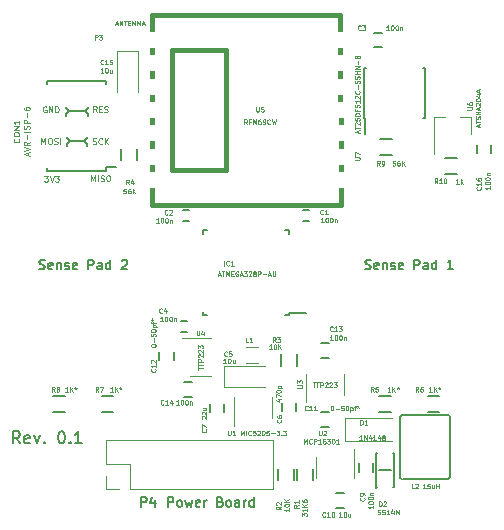
<source format=gto>
G04 #@! TF.GenerationSoftware,KiCad,Pcbnew,no-vcs-found-4f2ed1b~58~ubuntu16.04.1*
G04 #@! TF.CreationDate,2017-05-05T16:59:14+03:00*
G04 #@! TF.ProjectId,livolo_2_channels_1way_eu_switch,6C69766F6C6F5F325F6368616E6E656C,rev?*
G04 #@! TF.FileFunction,Legend,Top*
G04 #@! TF.FilePolarity,Positive*
%FSLAX46Y46*%
G04 Gerber Fmt 4.6, Leading zero omitted, Abs format (unit mm)*
G04 Created by KiCad (PCBNEW no-vcs-found-4f2ed1b~58~ubuntu16.04.1) date Fri May  5 16:59:14 2017*
%MOMM*%
%LPD*%
G01*
G04 APERTURE LIST*
%ADD10C,0.100000*%
%ADD11C,0.200000*%
%ADD12C,0.150000*%
%ADD13C,0.120000*%
%ADD14C,0.381000*%
%ADD15R,4.000000X2.000000*%
%ADD16R,1.200000X2.000000*%
%ADD17R,1.200000X1.400000*%
%ADD18R,0.900000X1.200000*%
%ADD19R,0.650000X1.060000*%
%ADD20R,2.500000X1.270000*%
%ADD21R,1.750000X1.260000*%
%ADD22R,1.200000X0.900000*%
%ADD23R,1.200000X0.750000*%
%ADD24C,1.500000*%
%ADD25R,0.600000X0.500000*%
%ADD26R,0.750000X1.200000*%
%ADD27R,0.550000X1.600000*%
%ADD28R,1.600000X0.550000*%
%ADD29C,1.998980*%
%ADD30R,1.060000X0.650000*%
%ADD31R,1.998980X1.399540*%
%ADD32R,0.600000X1.550000*%
%ADD33R,0.800000X1.900000*%
%ADD34R,0.500000X0.900000*%
%ADD35R,1.260000X1.750000*%
%ADD36O,1.350000X1.350000*%
%ADD37R,1.350000X1.350000*%
G04 APERTURE END LIST*
D10*
D11*
X123290476Y-106752380D02*
X122957142Y-106276190D01*
X122719047Y-106752380D02*
X122719047Y-105752380D01*
X123100000Y-105752380D01*
X123195238Y-105800000D01*
X123242857Y-105847619D01*
X123290476Y-105942857D01*
X123290476Y-106085714D01*
X123242857Y-106180952D01*
X123195238Y-106228571D01*
X123100000Y-106276190D01*
X122719047Y-106276190D01*
X124100000Y-106704761D02*
X124004761Y-106752380D01*
X123814285Y-106752380D01*
X123719047Y-106704761D01*
X123671428Y-106609523D01*
X123671428Y-106228571D01*
X123719047Y-106133333D01*
X123814285Y-106085714D01*
X124004761Y-106085714D01*
X124100000Y-106133333D01*
X124147619Y-106228571D01*
X124147619Y-106323809D01*
X123671428Y-106419047D01*
X124480952Y-106085714D02*
X124719047Y-106752380D01*
X124957142Y-106085714D01*
X125338095Y-106657142D02*
X125385714Y-106704761D01*
X125338095Y-106752380D01*
X125290476Y-106704761D01*
X125338095Y-106657142D01*
X125338095Y-106752380D01*
X126766666Y-105752380D02*
X126861904Y-105752380D01*
X126957142Y-105800000D01*
X127004761Y-105847619D01*
X127052380Y-105942857D01*
X127100000Y-106133333D01*
X127100000Y-106371428D01*
X127052380Y-106561904D01*
X127004761Y-106657142D01*
X126957142Y-106704761D01*
X126861904Y-106752380D01*
X126766666Y-106752380D01*
X126671428Y-106704761D01*
X126623809Y-106657142D01*
X126576190Y-106561904D01*
X126528571Y-106371428D01*
X126528571Y-106133333D01*
X126576190Y-105942857D01*
X126623809Y-105847619D01*
X126671428Y-105800000D01*
X126766666Y-105752380D01*
X127528571Y-106657142D02*
X127576190Y-106704761D01*
X127528571Y-106752380D01*
X127480952Y-106704761D01*
X127528571Y-106657142D01*
X127528571Y-106752380D01*
X128528571Y-106752380D02*
X127957142Y-106752380D01*
X128242857Y-106752380D02*
X128242857Y-105752380D01*
X128147619Y-105895238D01*
X128052380Y-105990476D01*
X127957142Y-106038095D01*
D10*
X129790476Y-78726190D02*
X129623809Y-78488095D01*
X129504761Y-78726190D02*
X129504761Y-78226190D01*
X129695238Y-78226190D01*
X129742857Y-78250000D01*
X129766666Y-78273809D01*
X129790476Y-78321428D01*
X129790476Y-78392857D01*
X129766666Y-78440476D01*
X129742857Y-78464285D01*
X129695238Y-78488095D01*
X129504761Y-78488095D01*
X130004761Y-78464285D02*
X130171428Y-78464285D01*
X130242857Y-78726190D02*
X130004761Y-78726190D01*
X130004761Y-78226190D01*
X130242857Y-78226190D01*
X130433333Y-78702380D02*
X130504761Y-78726190D01*
X130623809Y-78726190D01*
X130671428Y-78702380D01*
X130695238Y-78678571D01*
X130719047Y-78630952D01*
X130719047Y-78583333D01*
X130695238Y-78535714D01*
X130671428Y-78511904D01*
X130623809Y-78488095D01*
X130528571Y-78464285D01*
X130480952Y-78440476D01*
X130457142Y-78416666D01*
X130433333Y-78369047D01*
X130433333Y-78321428D01*
X130457142Y-78273809D01*
X130480952Y-78250000D01*
X130528571Y-78226190D01*
X130647619Y-78226190D01*
X130719047Y-78250000D01*
X129457142Y-81402380D02*
X129528571Y-81426190D01*
X129647619Y-81426190D01*
X129695238Y-81402380D01*
X129719047Y-81378571D01*
X129742857Y-81330952D01*
X129742857Y-81283333D01*
X129719047Y-81235714D01*
X129695238Y-81211904D01*
X129647619Y-81188095D01*
X129552380Y-81164285D01*
X129504761Y-81140476D01*
X129480952Y-81116666D01*
X129457142Y-81069047D01*
X129457142Y-81021428D01*
X129480952Y-80973809D01*
X129504761Y-80950000D01*
X129552380Y-80926190D01*
X129671428Y-80926190D01*
X129742857Y-80950000D01*
X130242857Y-81378571D02*
X130219047Y-81402380D01*
X130147619Y-81426190D01*
X130100000Y-81426190D01*
X130028571Y-81402380D01*
X129980952Y-81354761D01*
X129957142Y-81307142D01*
X129933333Y-81211904D01*
X129933333Y-81140476D01*
X129957142Y-81045238D01*
X129980952Y-80997619D01*
X130028571Y-80950000D01*
X130100000Y-80926190D01*
X130147619Y-80926190D01*
X130219047Y-80950000D01*
X130242857Y-80973809D01*
X130457142Y-81426190D02*
X130457142Y-80926190D01*
X130742857Y-81426190D02*
X130528571Y-81140476D01*
X130742857Y-80926190D02*
X130457142Y-81211904D01*
X129339285Y-84576190D02*
X129339285Y-84076190D01*
X129505952Y-84433333D01*
X129672619Y-84076190D01*
X129672619Y-84576190D01*
X129910714Y-84576190D02*
X129910714Y-84076190D01*
X130125000Y-84552380D02*
X130196428Y-84576190D01*
X130315476Y-84576190D01*
X130363095Y-84552380D01*
X130386904Y-84528571D01*
X130410714Y-84480952D01*
X130410714Y-84433333D01*
X130386904Y-84385714D01*
X130363095Y-84361904D01*
X130315476Y-84338095D01*
X130220238Y-84314285D01*
X130172619Y-84290476D01*
X130148809Y-84266666D01*
X130125000Y-84219047D01*
X130125000Y-84171428D01*
X130148809Y-84123809D01*
X130172619Y-84100000D01*
X130220238Y-84076190D01*
X130339285Y-84076190D01*
X130410714Y-84100000D01*
X130720238Y-84076190D02*
X130815476Y-84076190D01*
X130863095Y-84100000D01*
X130910714Y-84147619D01*
X130934523Y-84242857D01*
X130934523Y-84409523D01*
X130910714Y-84504761D01*
X130863095Y-84552380D01*
X130815476Y-84576190D01*
X130720238Y-84576190D01*
X130672619Y-84552380D01*
X130625000Y-84504761D01*
X130601190Y-84409523D01*
X130601190Y-84242857D01*
X130625000Y-84147619D01*
X130672619Y-84100000D01*
X130720238Y-84076190D01*
X125519047Y-78250000D02*
X125471428Y-78226190D01*
X125400000Y-78226190D01*
X125328571Y-78250000D01*
X125280952Y-78297619D01*
X125257142Y-78345238D01*
X125233333Y-78440476D01*
X125233333Y-78511904D01*
X125257142Y-78607142D01*
X125280952Y-78654761D01*
X125328571Y-78702380D01*
X125400000Y-78726190D01*
X125447619Y-78726190D01*
X125519047Y-78702380D01*
X125542857Y-78678571D01*
X125542857Y-78511904D01*
X125447619Y-78511904D01*
X125757142Y-78726190D02*
X125757142Y-78226190D01*
X126042857Y-78726190D01*
X126042857Y-78226190D01*
X126280952Y-78726190D02*
X126280952Y-78226190D01*
X126400000Y-78226190D01*
X126471428Y-78250000D01*
X126519047Y-78297619D01*
X126542857Y-78345238D01*
X126566666Y-78440476D01*
X126566666Y-78511904D01*
X126542857Y-78607142D01*
X126519047Y-78654761D01*
X126471428Y-78702380D01*
X126400000Y-78726190D01*
X126280952Y-78726190D01*
X125114285Y-81426190D02*
X125114285Y-80926190D01*
X125280952Y-81283333D01*
X125447619Y-80926190D01*
X125447619Y-81426190D01*
X125780952Y-80926190D02*
X125876190Y-80926190D01*
X125923809Y-80950000D01*
X125971428Y-80997619D01*
X125995238Y-81092857D01*
X125995238Y-81259523D01*
X125971428Y-81354761D01*
X125923809Y-81402380D01*
X125876190Y-81426190D01*
X125780952Y-81426190D01*
X125733333Y-81402380D01*
X125685714Y-81354761D01*
X125661904Y-81259523D01*
X125661904Y-81092857D01*
X125685714Y-80997619D01*
X125733333Y-80950000D01*
X125780952Y-80926190D01*
X126185714Y-81402380D02*
X126257142Y-81426190D01*
X126376190Y-81426190D01*
X126423809Y-81402380D01*
X126447619Y-81378571D01*
X126471428Y-81330952D01*
X126471428Y-81283333D01*
X126447619Y-81235714D01*
X126423809Y-81211904D01*
X126376190Y-81188095D01*
X126280952Y-81164285D01*
X126233333Y-81140476D01*
X126209523Y-81116666D01*
X126185714Y-81069047D01*
X126185714Y-81021428D01*
X126209523Y-80973809D01*
X126233333Y-80950000D01*
X126280952Y-80926190D01*
X126400000Y-80926190D01*
X126471428Y-80950000D01*
X126685714Y-81426190D02*
X126685714Y-80926190D01*
X125355952Y-84101190D02*
X125665476Y-84101190D01*
X125498809Y-84291666D01*
X125570238Y-84291666D01*
X125617857Y-84315476D01*
X125641666Y-84339285D01*
X125665476Y-84386904D01*
X125665476Y-84505952D01*
X125641666Y-84553571D01*
X125617857Y-84577380D01*
X125570238Y-84601190D01*
X125427380Y-84601190D01*
X125379761Y-84577380D01*
X125355952Y-84553571D01*
X125808333Y-84101190D02*
X125975000Y-84601190D01*
X126141666Y-84101190D01*
X126260714Y-84101190D02*
X126570238Y-84101190D01*
X126403571Y-84291666D01*
X126475000Y-84291666D01*
X126522619Y-84315476D01*
X126546428Y-84339285D01*
X126570238Y-84386904D01*
X126570238Y-84505952D01*
X126546428Y-84553571D01*
X126522619Y-84577380D01*
X126475000Y-84601190D01*
X126332142Y-84601190D01*
X126284523Y-84577380D01*
X126260714Y-84553571D01*
D12*
X155500000Y-109675000D02*
X155675000Y-109800000D01*
X159700000Y-109650000D02*
X159575000Y-109800000D01*
X159575000Y-109800000D02*
X155700000Y-109800000D01*
X159700000Y-104450000D02*
X159500000Y-104350000D01*
X159700000Y-109650000D02*
X159700000Y-104450000D01*
X155700000Y-104350000D02*
X159500000Y-104350000D01*
X155500000Y-109675000D02*
X155500000Y-104475000D01*
X155500000Y-104475000D02*
X155700000Y-104350000D01*
D11*
X154700000Y-109000000D02*
X153700000Y-109000000D01*
D12*
X155000000Y-110500000D02*
X154900000Y-110500000D01*
X155000000Y-107600000D02*
X155000000Y-110500000D01*
X153400000Y-107600000D02*
X153400000Y-110501723D01*
X153500000Y-110500000D02*
X153400000Y-110500000D01*
X153500000Y-107600000D02*
X153400000Y-107600000D01*
X155000000Y-107600000D02*
X154900000Y-107600000D01*
X145125000Y-109900000D02*
X145125000Y-108900000D01*
X146475000Y-108900000D02*
X146475000Y-109900000D01*
D13*
X151610000Y-109700000D02*
X151610000Y-107250000D01*
X148390000Y-107900000D02*
X148390000Y-109700000D01*
D12*
X128750152Y-78630000D02*
X127448117Y-78630000D01*
X129050000Y-78376000D02*
X128796000Y-78630000D01*
X128796000Y-78630000D02*
X129050000Y-78884000D01*
X129050000Y-78884000D02*
X129050000Y-79011000D01*
X129050000Y-78249000D02*
X129050000Y-78376000D01*
X128950000Y-80916000D02*
X128696000Y-81170000D01*
X127150000Y-78884000D02*
X127404000Y-78630000D01*
X128950000Y-81424000D02*
X128950000Y-81551000D01*
X127150000Y-78376000D02*
X127150000Y-78249000D01*
X128696000Y-81170000D02*
X128950000Y-81424000D01*
X127404000Y-78630000D02*
X127150000Y-78376000D01*
X128950000Y-80789000D02*
X128950000Y-80916000D01*
X127150000Y-79011000D02*
X127150000Y-78884000D01*
X125550000Y-83710000D02*
X125550000Y-83430000D01*
X127250000Y-80916000D02*
X127250000Y-80789000D01*
X127504000Y-81170000D02*
X127250000Y-80916000D01*
X127250000Y-81424000D02*
X127504000Y-81170000D01*
X127250000Y-81551000D02*
X127250000Y-81424000D01*
X125550000Y-83710000D02*
X130550000Y-83710000D01*
X130550000Y-83710000D02*
X130550000Y-83430000D01*
X130550000Y-76090000D02*
X130550000Y-76370000D01*
X125550000Y-76090000D02*
X130550000Y-76090000D01*
X125550000Y-76090000D02*
X125550000Y-76370000D01*
X128750000Y-81200000D02*
X127450000Y-81200000D01*
X130550000Y-83400000D02*
X131450000Y-83400000D01*
D13*
X140600000Y-100192000D02*
X144050000Y-100192000D01*
X140600000Y-101992000D02*
X144050000Y-101992000D01*
X140600000Y-100192000D02*
X140600000Y-101992000D01*
D12*
X159266000Y-82637000D02*
X160266000Y-82637000D01*
X160266000Y-83987000D02*
X159266000Y-83987000D01*
X153275000Y-72000000D02*
X153975000Y-72000000D01*
X153975000Y-73200000D02*
X153275000Y-73200000D01*
X137400000Y-96425000D02*
X136900000Y-96425000D01*
X136900000Y-97375000D02*
X137400000Y-97375000D01*
X137100000Y-87975000D02*
X137600000Y-87975000D01*
X137600000Y-87025000D02*
X137100000Y-87025000D01*
X147750000Y-87025000D02*
X147250000Y-87025000D01*
X147250000Y-87975000D02*
X147750000Y-87975000D01*
X150050000Y-111000000D02*
X150750000Y-111000000D01*
X150750000Y-112200000D02*
X150050000Y-112200000D01*
X139400000Y-104100000D02*
X139400000Y-103400000D01*
X140600000Y-103400000D02*
X140600000Y-104100000D01*
X145500000Y-104050000D02*
X145500000Y-103350000D01*
X146700000Y-103350000D02*
X146700000Y-104050000D01*
X152000000Y-109150000D02*
X152000000Y-108450000D01*
X153200000Y-108450000D02*
X153200000Y-109150000D01*
X149450000Y-105350000D02*
X148750000Y-105350000D01*
X148750000Y-104150000D02*
X149450000Y-104150000D01*
X135100000Y-99700000D02*
X135100000Y-99000000D01*
X136300000Y-99000000D02*
X136300000Y-99700000D01*
X148750000Y-98300000D02*
X149450000Y-98300000D01*
X149450000Y-99500000D02*
X148750000Y-99500000D01*
X137150000Y-101600000D02*
X137850000Y-101600000D01*
X137850000Y-102800000D02*
X137150000Y-102800000D01*
D13*
X150850000Y-104600000D02*
X154750000Y-104600000D01*
X150850000Y-106600000D02*
X154750000Y-106600000D01*
X150850000Y-104600000D02*
X150850000Y-106600000D01*
D12*
X146075000Y-95700000D02*
X147500000Y-95700000D01*
X138825000Y-95925000D02*
X139150000Y-95925000D01*
X138825000Y-88675000D02*
X139150000Y-88675000D01*
X146075000Y-88675000D02*
X145750000Y-88675000D01*
X146075000Y-95925000D02*
X145750000Y-95925000D01*
X146075000Y-88675000D02*
X146075000Y-89000000D01*
X138825000Y-88675000D02*
X138825000Y-89000000D01*
X138825000Y-95925000D02*
X138825000Y-95600000D01*
X146075000Y-95925000D02*
X146075000Y-95700000D01*
X148075000Y-108900000D02*
X148075000Y-109900000D01*
X146725000Y-109900000D02*
X146725000Y-108900000D01*
X146775000Y-99200000D02*
X146775000Y-100200000D01*
X145425000Y-100200000D02*
X145425000Y-99200000D01*
X131825000Y-82800000D02*
X131825000Y-81800000D01*
X133175000Y-81800000D02*
X133175000Y-82800000D01*
X153700000Y-102725000D02*
X154700000Y-102725000D01*
X154700000Y-104075000D02*
X153700000Y-104075000D01*
X158800000Y-104075000D02*
X157800000Y-104075000D01*
X157800000Y-102725000D02*
X158800000Y-102725000D01*
X131200000Y-104075000D02*
X130200000Y-104075000D01*
X130200000Y-102725000D02*
X131200000Y-102725000D01*
X126100000Y-102725000D02*
X127100000Y-102725000D01*
X127100000Y-104075000D02*
X126100000Y-104075000D01*
D13*
X141440000Y-102850000D02*
X141440000Y-105300000D01*
X144660000Y-104650000D02*
X144660000Y-102850000D01*
X147490000Y-100850000D02*
X147490000Y-103300000D01*
X150710000Y-102650000D02*
X150710000Y-100850000D01*
X137700000Y-101060000D02*
X139500000Y-101060000D01*
X139500000Y-97840000D02*
X137050000Y-97840000D01*
D14*
X136150800Y-83650320D02*
X136150800Y-73449680D01*
X136150800Y-73449680D02*
X140750740Y-73449680D01*
X140750740Y-73449680D02*
X140750740Y-83650320D01*
X140750740Y-83650320D02*
X136150800Y-83650320D01*
X134499800Y-70500740D02*
X150400200Y-70500740D01*
X150400200Y-70500740D02*
X150451000Y-86599260D01*
X150451000Y-86599260D02*
X134499800Y-86599260D01*
X134499800Y-86599260D02*
X134499800Y-70500740D01*
D12*
X162000000Y-82200000D02*
X162000000Y-81500000D01*
X163200000Y-81500000D02*
X163200000Y-82200000D01*
X154800000Y-82375000D02*
X153800000Y-82375000D01*
X153800000Y-81025000D02*
X154800000Y-81025000D01*
X152500000Y-79175000D02*
X152500000Y-80575000D01*
X157600000Y-79175000D02*
X157600000Y-75025000D01*
X152450000Y-79175000D02*
X152450000Y-75025000D01*
X157600000Y-79175000D02*
X157455000Y-79175000D01*
X157600000Y-75025000D02*
X157455000Y-75025000D01*
X152450000Y-75025000D02*
X152595000Y-75025000D01*
X152450000Y-79175000D02*
X152500000Y-79175000D01*
D13*
X161480000Y-79090000D02*
X161480000Y-80550000D01*
X158320000Y-79090000D02*
X158320000Y-82250000D01*
X158320000Y-79090000D02*
X159250000Y-79090000D01*
X161480000Y-79090000D02*
X160550000Y-79090000D01*
X143450000Y-99980000D02*
X142450000Y-99980000D01*
X142450000Y-98620000D02*
X143450000Y-98620000D01*
X133300000Y-73550000D02*
X131500000Y-73550000D01*
X131500000Y-73550000D02*
X131500000Y-77000000D01*
X133300000Y-73550000D02*
X133300000Y-77000000D01*
X130590000Y-110610000D02*
X130590000Y-109550000D01*
X131650000Y-110610000D02*
X130590000Y-110610000D01*
X132650000Y-108550000D02*
X132650000Y-110610000D01*
X130590000Y-108550000D02*
X132650000Y-108550000D01*
X130590000Y-106490000D02*
X130590000Y-108550000D01*
X144710000Y-106490000D02*
X130590000Y-106490000D01*
X144710000Y-110610000D02*
X144710000Y-106490000D01*
X132650000Y-110610000D02*
X144710000Y-110610000D01*
D10*
X156633333Y-110580952D02*
X156442857Y-110580952D01*
X156442857Y-110180952D01*
X156747619Y-110219047D02*
X156766666Y-110200000D01*
X156804761Y-110180952D01*
X156900000Y-110180952D01*
X156938095Y-110200000D01*
X156957142Y-110219047D01*
X156976190Y-110257142D01*
X156976190Y-110295238D01*
X156957142Y-110352380D01*
X156728571Y-110580952D01*
X156976190Y-110580952D01*
X157633333Y-110580952D02*
X157404761Y-110580952D01*
X157519047Y-110580952D02*
X157519047Y-110180952D01*
X157480952Y-110238095D01*
X157442857Y-110276190D01*
X157404761Y-110295238D01*
X157995238Y-110180952D02*
X157804761Y-110180952D01*
X157785714Y-110371428D01*
X157804761Y-110352380D01*
X157842857Y-110333333D01*
X157938095Y-110333333D01*
X157976190Y-110352380D01*
X157995238Y-110371428D01*
X158014285Y-110409523D01*
X158014285Y-110504761D01*
X157995238Y-110542857D01*
X157976190Y-110561904D01*
X157938095Y-110580952D01*
X157842857Y-110580952D01*
X157804761Y-110561904D01*
X157785714Y-110542857D01*
X158357142Y-110314285D02*
X158357142Y-110580952D01*
X158185714Y-110314285D02*
X158185714Y-110523809D01*
X158204761Y-110561904D01*
X158242857Y-110580952D01*
X158300000Y-110580952D01*
X158338095Y-110561904D01*
X158357142Y-110542857D01*
X158547619Y-110580952D02*
X158547619Y-110180952D01*
X158547619Y-110371428D02*
X158776190Y-110371428D01*
X158776190Y-110580952D02*
X158776190Y-110180952D01*
X153704761Y-112080952D02*
X153704761Y-111680952D01*
X153800000Y-111680952D01*
X153857142Y-111700000D01*
X153895238Y-111738095D01*
X153914285Y-111776190D01*
X153933333Y-111852380D01*
X153933333Y-111909523D01*
X153914285Y-111985714D01*
X153895238Y-112023809D01*
X153857142Y-112061904D01*
X153800000Y-112080952D01*
X153704761Y-112080952D01*
X154085714Y-111719047D02*
X154104761Y-111700000D01*
X154142857Y-111680952D01*
X154238095Y-111680952D01*
X154276190Y-111700000D01*
X154295238Y-111719047D01*
X154314285Y-111757142D01*
X154314285Y-111795238D01*
X154295238Y-111852380D01*
X154066666Y-112080952D01*
X154314285Y-112080952D01*
X153585714Y-112761904D02*
X153642857Y-112780952D01*
X153738095Y-112780952D01*
X153776190Y-112761904D01*
X153795238Y-112742857D01*
X153814285Y-112704761D01*
X153814285Y-112666666D01*
X153795238Y-112628571D01*
X153776190Y-112609523D01*
X153738095Y-112590476D01*
X153661904Y-112571428D01*
X153623809Y-112552380D01*
X153604761Y-112533333D01*
X153585714Y-112495238D01*
X153585714Y-112457142D01*
X153604761Y-112419047D01*
X153623809Y-112400000D01*
X153661904Y-112380952D01*
X153757142Y-112380952D01*
X153814285Y-112400000D01*
X153966666Y-112761904D02*
X154023809Y-112780952D01*
X154119047Y-112780952D01*
X154157142Y-112761904D01*
X154176190Y-112742857D01*
X154195238Y-112704761D01*
X154195238Y-112666666D01*
X154176190Y-112628571D01*
X154157142Y-112609523D01*
X154119047Y-112590476D01*
X154042857Y-112571428D01*
X154004761Y-112552380D01*
X153985714Y-112533333D01*
X153966666Y-112495238D01*
X153966666Y-112457142D01*
X153985714Y-112419047D01*
X154004761Y-112400000D01*
X154042857Y-112380952D01*
X154138095Y-112380952D01*
X154195238Y-112400000D01*
X154576190Y-112780952D02*
X154347619Y-112780952D01*
X154461904Y-112780952D02*
X154461904Y-112380952D01*
X154423809Y-112438095D01*
X154385714Y-112476190D01*
X154347619Y-112495238D01*
X154919047Y-112514285D02*
X154919047Y-112780952D01*
X154823809Y-112361904D02*
X154728571Y-112647619D01*
X154976190Y-112647619D01*
X155128571Y-112780952D02*
X155128571Y-112380952D01*
X155261904Y-112666666D01*
X155395238Y-112380952D01*
X155395238Y-112780952D01*
X145380952Y-112116666D02*
X145190476Y-112250000D01*
X145380952Y-112345238D02*
X144980952Y-112345238D01*
X144980952Y-112192857D01*
X145000000Y-112154761D01*
X145019047Y-112135714D01*
X145057142Y-112116666D01*
X145114285Y-112116666D01*
X145152380Y-112135714D01*
X145171428Y-112154761D01*
X145190476Y-112192857D01*
X145190476Y-112345238D01*
X145019047Y-111964285D02*
X145000000Y-111945238D01*
X144980952Y-111907142D01*
X144980952Y-111811904D01*
X145000000Y-111773809D01*
X145019047Y-111754761D01*
X145057142Y-111735714D01*
X145095238Y-111735714D01*
X145152380Y-111754761D01*
X145380952Y-111983333D01*
X145380952Y-111735714D01*
X146080952Y-112276190D02*
X146080952Y-112504761D01*
X146080952Y-112390476D02*
X145680952Y-112390476D01*
X145738095Y-112428571D01*
X145776190Y-112466666D01*
X145795238Y-112504761D01*
X145680952Y-112028571D02*
X145680952Y-111990476D01*
X145700000Y-111952380D01*
X145719047Y-111933333D01*
X145757142Y-111914285D01*
X145833333Y-111895238D01*
X145928571Y-111895238D01*
X146004761Y-111914285D01*
X146042857Y-111933333D01*
X146061904Y-111952380D01*
X146080952Y-111990476D01*
X146080952Y-112028571D01*
X146061904Y-112066666D01*
X146042857Y-112085714D01*
X146004761Y-112104761D01*
X145928571Y-112123809D01*
X145833333Y-112123809D01*
X145757142Y-112104761D01*
X145719047Y-112085714D01*
X145700000Y-112066666D01*
X145680952Y-112028571D01*
X146080952Y-111723809D02*
X145680952Y-111723809D01*
X146080952Y-111495238D02*
X145852380Y-111666666D01*
X145680952Y-111495238D02*
X145909523Y-111723809D01*
X148595238Y-105680952D02*
X148595238Y-106004761D01*
X148614285Y-106042857D01*
X148633333Y-106061904D01*
X148671428Y-106080952D01*
X148747619Y-106080952D01*
X148785714Y-106061904D01*
X148804761Y-106042857D01*
X148823809Y-106004761D01*
X148823809Y-105680952D01*
X148995238Y-105719047D02*
X149014285Y-105700000D01*
X149052380Y-105680952D01*
X149147619Y-105680952D01*
X149185714Y-105700000D01*
X149204761Y-105719047D01*
X149223809Y-105757142D01*
X149223809Y-105795238D01*
X149204761Y-105852380D01*
X148976190Y-106080952D01*
X149223809Y-106080952D01*
X147314285Y-106780952D02*
X147314285Y-106380952D01*
X147447619Y-106666666D01*
X147580952Y-106380952D01*
X147580952Y-106780952D01*
X148000000Y-106742857D02*
X147980952Y-106761904D01*
X147923809Y-106780952D01*
X147885714Y-106780952D01*
X147828571Y-106761904D01*
X147790476Y-106723809D01*
X147771428Y-106685714D01*
X147752380Y-106609523D01*
X147752380Y-106552380D01*
X147771428Y-106476190D01*
X147790476Y-106438095D01*
X147828571Y-106400000D01*
X147885714Y-106380952D01*
X147923809Y-106380952D01*
X147980952Y-106400000D01*
X148000000Y-106419047D01*
X148171428Y-106780952D02*
X148171428Y-106380952D01*
X148323809Y-106380952D01*
X148361904Y-106400000D01*
X148380952Y-106419047D01*
X148400000Y-106457142D01*
X148400000Y-106514285D01*
X148380952Y-106552380D01*
X148361904Y-106571428D01*
X148323809Y-106590476D01*
X148171428Y-106590476D01*
X148780952Y-106780952D02*
X148552380Y-106780952D01*
X148666666Y-106780952D02*
X148666666Y-106380952D01*
X148628571Y-106438095D01*
X148590476Y-106476190D01*
X148552380Y-106495238D01*
X149123809Y-106380952D02*
X149047619Y-106380952D01*
X149009523Y-106400000D01*
X148990476Y-106419047D01*
X148952380Y-106476190D01*
X148933333Y-106552380D01*
X148933333Y-106704761D01*
X148952380Y-106742857D01*
X148971428Y-106761904D01*
X149009523Y-106780952D01*
X149085714Y-106780952D01*
X149123809Y-106761904D01*
X149142857Y-106742857D01*
X149161904Y-106704761D01*
X149161904Y-106609523D01*
X149142857Y-106571428D01*
X149123809Y-106552380D01*
X149085714Y-106533333D01*
X149009523Y-106533333D01*
X148971428Y-106552380D01*
X148952380Y-106571428D01*
X148933333Y-106609523D01*
X149295238Y-106380952D02*
X149542857Y-106380952D01*
X149409523Y-106533333D01*
X149466666Y-106533333D01*
X149504761Y-106552380D01*
X149523809Y-106571428D01*
X149542857Y-106609523D01*
X149542857Y-106704761D01*
X149523809Y-106742857D01*
X149504761Y-106761904D01*
X149466666Y-106780952D01*
X149352380Y-106780952D01*
X149314285Y-106761904D01*
X149295238Y-106742857D01*
X149790476Y-106380952D02*
X149828571Y-106380952D01*
X149866666Y-106400000D01*
X149885714Y-106419047D01*
X149904761Y-106457142D01*
X149923809Y-106533333D01*
X149923809Y-106628571D01*
X149904761Y-106704761D01*
X149885714Y-106742857D01*
X149866666Y-106761904D01*
X149828571Y-106780952D01*
X149790476Y-106780952D01*
X149752380Y-106761904D01*
X149733333Y-106742857D01*
X149714285Y-106704761D01*
X149695238Y-106628571D01*
X149695238Y-106533333D01*
X149714285Y-106457142D01*
X149733333Y-106419047D01*
X149752380Y-106400000D01*
X149790476Y-106380952D01*
X150304761Y-106780952D02*
X150076190Y-106780952D01*
X150190476Y-106780952D02*
X150190476Y-106380952D01*
X150152380Y-106438095D01*
X150114285Y-106476190D01*
X150076190Y-106495238D01*
X123198571Y-80957142D02*
X123222380Y-80980952D01*
X123246190Y-81052380D01*
X123246190Y-81100000D01*
X123222380Y-81171428D01*
X123174761Y-81219047D01*
X123127142Y-81242857D01*
X123031904Y-81266666D01*
X122960476Y-81266666D01*
X122865238Y-81242857D01*
X122817619Y-81219047D01*
X122770000Y-81171428D01*
X122746190Y-81100000D01*
X122746190Y-81052380D01*
X122770000Y-80980952D01*
X122793809Y-80957142D01*
X122746190Y-80647619D02*
X122746190Y-80552380D01*
X122770000Y-80504761D01*
X122817619Y-80457142D01*
X122912857Y-80433333D01*
X123079523Y-80433333D01*
X123174761Y-80457142D01*
X123222380Y-80504761D01*
X123246190Y-80552380D01*
X123246190Y-80647619D01*
X123222380Y-80695238D01*
X123174761Y-80742857D01*
X123079523Y-80766666D01*
X122912857Y-80766666D01*
X122817619Y-80742857D01*
X122770000Y-80695238D01*
X122746190Y-80647619D01*
X123246190Y-80219047D02*
X122746190Y-80219047D01*
X123246190Y-79933333D01*
X122746190Y-79933333D01*
X123246190Y-79433333D02*
X123246190Y-79719047D01*
X123246190Y-79576190D02*
X122746190Y-79576190D01*
X122817619Y-79623809D01*
X122865238Y-79671428D01*
X122889047Y-79719047D01*
X123963333Y-82377619D02*
X123963333Y-82139523D01*
X124106190Y-82425238D02*
X123606190Y-82258571D01*
X124106190Y-82091904D01*
X123606190Y-81996666D02*
X124106190Y-81830000D01*
X123606190Y-81663333D01*
X124106190Y-81210952D02*
X123868095Y-81377619D01*
X124106190Y-81496666D02*
X123606190Y-81496666D01*
X123606190Y-81306190D01*
X123630000Y-81258571D01*
X123653809Y-81234761D01*
X123701428Y-81210952D01*
X123772857Y-81210952D01*
X123820476Y-81234761D01*
X123844285Y-81258571D01*
X123868095Y-81306190D01*
X123868095Y-81496666D01*
X123915714Y-80996666D02*
X123915714Y-80615714D01*
X124106190Y-80377619D02*
X123606190Y-80377619D01*
X124082380Y-80163333D02*
X124106190Y-80091904D01*
X124106190Y-79972857D01*
X124082380Y-79925238D01*
X124058571Y-79901428D01*
X124010952Y-79877619D01*
X123963333Y-79877619D01*
X123915714Y-79901428D01*
X123891904Y-79925238D01*
X123868095Y-79972857D01*
X123844285Y-80068095D01*
X123820476Y-80115714D01*
X123796666Y-80139523D01*
X123749047Y-80163333D01*
X123701428Y-80163333D01*
X123653809Y-80139523D01*
X123630000Y-80115714D01*
X123606190Y-80068095D01*
X123606190Y-79949047D01*
X123630000Y-79877619D01*
X124106190Y-79663333D02*
X123606190Y-79663333D01*
X123606190Y-79472857D01*
X123630000Y-79425238D01*
X123653809Y-79401428D01*
X123701428Y-79377619D01*
X123772857Y-79377619D01*
X123820476Y-79401428D01*
X123844285Y-79425238D01*
X123868095Y-79472857D01*
X123868095Y-79663333D01*
X123915714Y-79163333D02*
X123915714Y-78782380D01*
X123606190Y-78330000D02*
X123606190Y-78425238D01*
X123630000Y-78472857D01*
X123653809Y-78496666D01*
X123725238Y-78544285D01*
X123820476Y-78568095D01*
X124010952Y-78568095D01*
X124058571Y-78544285D01*
X124082380Y-78520476D01*
X124106190Y-78472857D01*
X124106190Y-78377619D01*
X124082380Y-78330000D01*
X124058571Y-78306190D01*
X124010952Y-78282380D01*
X123891904Y-78282380D01*
X123844285Y-78306190D01*
X123820476Y-78330000D01*
X123796666Y-78377619D01*
X123796666Y-78472857D01*
X123820476Y-78520476D01*
X123844285Y-78544285D01*
X123891904Y-78568095D01*
X140833333Y-99342857D02*
X140814285Y-99361904D01*
X140757142Y-99380952D01*
X140719047Y-99380952D01*
X140661904Y-99361904D01*
X140623809Y-99323809D01*
X140604761Y-99285714D01*
X140585714Y-99209523D01*
X140585714Y-99152380D01*
X140604761Y-99076190D01*
X140623809Y-99038095D01*
X140661904Y-99000000D01*
X140719047Y-98980952D01*
X140757142Y-98980952D01*
X140814285Y-99000000D01*
X140833333Y-99019047D01*
X141195238Y-98980952D02*
X141004761Y-98980952D01*
X140985714Y-99171428D01*
X141004761Y-99152380D01*
X141042857Y-99133333D01*
X141138095Y-99133333D01*
X141176190Y-99152380D01*
X141195238Y-99171428D01*
X141214285Y-99209523D01*
X141214285Y-99304761D01*
X141195238Y-99342857D01*
X141176190Y-99361904D01*
X141138095Y-99380952D01*
X141042857Y-99380952D01*
X141004761Y-99361904D01*
X140985714Y-99342857D01*
X140742857Y-99980952D02*
X140514285Y-99980952D01*
X140628571Y-99980952D02*
X140628571Y-99580952D01*
X140590476Y-99638095D01*
X140552380Y-99676190D01*
X140514285Y-99695238D01*
X140990476Y-99580952D02*
X141028571Y-99580952D01*
X141066666Y-99600000D01*
X141085714Y-99619047D01*
X141104761Y-99657142D01*
X141123809Y-99733333D01*
X141123809Y-99828571D01*
X141104761Y-99904761D01*
X141085714Y-99942857D01*
X141066666Y-99961904D01*
X141028571Y-99980952D01*
X140990476Y-99980952D01*
X140952380Y-99961904D01*
X140933333Y-99942857D01*
X140914285Y-99904761D01*
X140895238Y-99828571D01*
X140895238Y-99733333D01*
X140914285Y-99657142D01*
X140933333Y-99619047D01*
X140952380Y-99600000D01*
X140990476Y-99580952D01*
X141466666Y-99714285D02*
X141466666Y-99980952D01*
X141295238Y-99714285D02*
X141295238Y-99923809D01*
X141314285Y-99961904D01*
X141352380Y-99980952D01*
X141409523Y-99980952D01*
X141447619Y-99961904D01*
X141466666Y-99942857D01*
D12*
X152535714Y-91973809D02*
X152650000Y-92011904D01*
X152840476Y-92011904D01*
X152916666Y-91973809D01*
X152954761Y-91935714D01*
X152992857Y-91859523D01*
X152992857Y-91783333D01*
X152954761Y-91707142D01*
X152916666Y-91669047D01*
X152840476Y-91630952D01*
X152688095Y-91592857D01*
X152611904Y-91554761D01*
X152573809Y-91516666D01*
X152535714Y-91440476D01*
X152535714Y-91364285D01*
X152573809Y-91288095D01*
X152611904Y-91250000D01*
X152688095Y-91211904D01*
X152878571Y-91211904D01*
X152992857Y-91250000D01*
X153640476Y-91973809D02*
X153564285Y-92011904D01*
X153411904Y-92011904D01*
X153335714Y-91973809D01*
X153297619Y-91897619D01*
X153297619Y-91592857D01*
X153335714Y-91516666D01*
X153411904Y-91478571D01*
X153564285Y-91478571D01*
X153640476Y-91516666D01*
X153678571Y-91592857D01*
X153678571Y-91669047D01*
X153297619Y-91745238D01*
X154021428Y-91478571D02*
X154021428Y-92011904D01*
X154021428Y-91554761D02*
X154059523Y-91516666D01*
X154135714Y-91478571D01*
X154250000Y-91478571D01*
X154326190Y-91516666D01*
X154364285Y-91592857D01*
X154364285Y-92011904D01*
X154707142Y-91973809D02*
X154783333Y-92011904D01*
X154935714Y-92011904D01*
X155011904Y-91973809D01*
X155050000Y-91897619D01*
X155050000Y-91859523D01*
X155011904Y-91783333D01*
X154935714Y-91745238D01*
X154821428Y-91745238D01*
X154745238Y-91707142D01*
X154707142Y-91630952D01*
X154707142Y-91592857D01*
X154745238Y-91516666D01*
X154821428Y-91478571D01*
X154935714Y-91478571D01*
X155011904Y-91516666D01*
X155697619Y-91973809D02*
X155621428Y-92011904D01*
X155469047Y-92011904D01*
X155392857Y-91973809D01*
X155354761Y-91897619D01*
X155354761Y-91592857D01*
X155392857Y-91516666D01*
X155469047Y-91478571D01*
X155621428Y-91478571D01*
X155697619Y-91516666D01*
X155735714Y-91592857D01*
X155735714Y-91669047D01*
X155354761Y-91745238D01*
X156688095Y-92011904D02*
X156688095Y-91211904D01*
X156992857Y-91211904D01*
X157069047Y-91250000D01*
X157107142Y-91288095D01*
X157145238Y-91364285D01*
X157145238Y-91478571D01*
X157107142Y-91554761D01*
X157069047Y-91592857D01*
X156992857Y-91630952D01*
X156688095Y-91630952D01*
X157830952Y-92011904D02*
X157830952Y-91592857D01*
X157792857Y-91516666D01*
X157716666Y-91478571D01*
X157564285Y-91478571D01*
X157488095Y-91516666D01*
X157830952Y-91973809D02*
X157754761Y-92011904D01*
X157564285Y-92011904D01*
X157488095Y-91973809D01*
X157450000Y-91897619D01*
X157450000Y-91821428D01*
X157488095Y-91745238D01*
X157564285Y-91707142D01*
X157754761Y-91707142D01*
X157830952Y-91669047D01*
X158554761Y-92011904D02*
X158554761Y-91211904D01*
X158554761Y-91973809D02*
X158478571Y-92011904D01*
X158326190Y-92011904D01*
X158250000Y-91973809D01*
X158211904Y-91935714D01*
X158173809Y-91859523D01*
X158173809Y-91630952D01*
X158211904Y-91554761D01*
X158250000Y-91516666D01*
X158326190Y-91478571D01*
X158478571Y-91478571D01*
X158554761Y-91516666D01*
X159964285Y-92011904D02*
X159507142Y-92011904D01*
X159735714Y-92011904D02*
X159735714Y-91211904D01*
X159659523Y-91326190D01*
X159583333Y-91402380D01*
X159507142Y-91440476D01*
X124935714Y-91973809D02*
X125050000Y-92011904D01*
X125240476Y-92011904D01*
X125316666Y-91973809D01*
X125354761Y-91935714D01*
X125392857Y-91859523D01*
X125392857Y-91783333D01*
X125354761Y-91707142D01*
X125316666Y-91669047D01*
X125240476Y-91630952D01*
X125088095Y-91592857D01*
X125011904Y-91554761D01*
X124973809Y-91516666D01*
X124935714Y-91440476D01*
X124935714Y-91364285D01*
X124973809Y-91288095D01*
X125011904Y-91250000D01*
X125088095Y-91211904D01*
X125278571Y-91211904D01*
X125392857Y-91250000D01*
X126040476Y-91973809D02*
X125964285Y-92011904D01*
X125811904Y-92011904D01*
X125735714Y-91973809D01*
X125697619Y-91897619D01*
X125697619Y-91592857D01*
X125735714Y-91516666D01*
X125811904Y-91478571D01*
X125964285Y-91478571D01*
X126040476Y-91516666D01*
X126078571Y-91592857D01*
X126078571Y-91669047D01*
X125697619Y-91745238D01*
X126421428Y-91478571D02*
X126421428Y-92011904D01*
X126421428Y-91554761D02*
X126459523Y-91516666D01*
X126535714Y-91478571D01*
X126650000Y-91478571D01*
X126726190Y-91516666D01*
X126764285Y-91592857D01*
X126764285Y-92011904D01*
X127107142Y-91973809D02*
X127183333Y-92011904D01*
X127335714Y-92011904D01*
X127411904Y-91973809D01*
X127450000Y-91897619D01*
X127450000Y-91859523D01*
X127411904Y-91783333D01*
X127335714Y-91745238D01*
X127221428Y-91745238D01*
X127145238Y-91707142D01*
X127107142Y-91630952D01*
X127107142Y-91592857D01*
X127145238Y-91516666D01*
X127221428Y-91478571D01*
X127335714Y-91478571D01*
X127411904Y-91516666D01*
X128097619Y-91973809D02*
X128021428Y-92011904D01*
X127869047Y-92011904D01*
X127792857Y-91973809D01*
X127754761Y-91897619D01*
X127754761Y-91592857D01*
X127792857Y-91516666D01*
X127869047Y-91478571D01*
X128021428Y-91478571D01*
X128097619Y-91516666D01*
X128135714Y-91592857D01*
X128135714Y-91669047D01*
X127754761Y-91745238D01*
X129088095Y-92011904D02*
X129088095Y-91211904D01*
X129392857Y-91211904D01*
X129469047Y-91250000D01*
X129507142Y-91288095D01*
X129545238Y-91364285D01*
X129545238Y-91478571D01*
X129507142Y-91554761D01*
X129469047Y-91592857D01*
X129392857Y-91630952D01*
X129088095Y-91630952D01*
X130230952Y-92011904D02*
X130230952Y-91592857D01*
X130192857Y-91516666D01*
X130116666Y-91478571D01*
X129964285Y-91478571D01*
X129888095Y-91516666D01*
X130230952Y-91973809D02*
X130154761Y-92011904D01*
X129964285Y-92011904D01*
X129888095Y-91973809D01*
X129850000Y-91897619D01*
X129850000Y-91821428D01*
X129888095Y-91745238D01*
X129964285Y-91707142D01*
X130154761Y-91707142D01*
X130230952Y-91669047D01*
X130954761Y-92011904D02*
X130954761Y-91211904D01*
X130954761Y-91973809D02*
X130878571Y-92011904D01*
X130726190Y-92011904D01*
X130650000Y-91973809D01*
X130611904Y-91935714D01*
X130573809Y-91859523D01*
X130573809Y-91630952D01*
X130611904Y-91554761D01*
X130650000Y-91516666D01*
X130726190Y-91478571D01*
X130878571Y-91478571D01*
X130954761Y-91516666D01*
X131907142Y-91288095D02*
X131945238Y-91250000D01*
X132021428Y-91211904D01*
X132211904Y-91211904D01*
X132288095Y-91250000D01*
X132326190Y-91288095D01*
X132364285Y-91364285D01*
X132364285Y-91440476D01*
X132326190Y-91554761D01*
X131869047Y-92011904D01*
X132364285Y-92011904D01*
D10*
X158642857Y-84730952D02*
X158509523Y-84540476D01*
X158414285Y-84730952D02*
X158414285Y-84330952D01*
X158566666Y-84330952D01*
X158604761Y-84350000D01*
X158623809Y-84369047D01*
X158642857Y-84407142D01*
X158642857Y-84464285D01*
X158623809Y-84502380D01*
X158604761Y-84521428D01*
X158566666Y-84540476D01*
X158414285Y-84540476D01*
X159023809Y-84730952D02*
X158795238Y-84730952D01*
X158909523Y-84730952D02*
X158909523Y-84330952D01*
X158871428Y-84388095D01*
X158833333Y-84426190D01*
X158795238Y-84445238D01*
X159271428Y-84330952D02*
X159309523Y-84330952D01*
X159347619Y-84350000D01*
X159366666Y-84369047D01*
X159385714Y-84407142D01*
X159404761Y-84483333D01*
X159404761Y-84578571D01*
X159385714Y-84654761D01*
X159366666Y-84692857D01*
X159347619Y-84711904D01*
X159309523Y-84730952D01*
X159271428Y-84730952D01*
X159233333Y-84711904D01*
X159214285Y-84692857D01*
X159195238Y-84654761D01*
X159176190Y-84578571D01*
X159176190Y-84483333D01*
X159195238Y-84407142D01*
X159214285Y-84369047D01*
X159233333Y-84350000D01*
X159271428Y-84330952D01*
X160442285Y-84762952D02*
X160213714Y-84762952D01*
X160328000Y-84762952D02*
X160328000Y-84362952D01*
X160289904Y-84420095D01*
X160251809Y-84458190D01*
X160213714Y-84477238D01*
X160613714Y-84762952D02*
X160613714Y-84362952D01*
X160842285Y-84762952D02*
X160670857Y-84534380D01*
X160842285Y-84362952D02*
X160613714Y-84591523D01*
X152133333Y-71742857D02*
X152114285Y-71761904D01*
X152057142Y-71780952D01*
X152019047Y-71780952D01*
X151961904Y-71761904D01*
X151923809Y-71723809D01*
X151904761Y-71685714D01*
X151885714Y-71609523D01*
X151885714Y-71552380D01*
X151904761Y-71476190D01*
X151923809Y-71438095D01*
X151961904Y-71400000D01*
X152019047Y-71380952D01*
X152057142Y-71380952D01*
X152114285Y-71400000D01*
X152133333Y-71419047D01*
X152266666Y-71380952D02*
X152514285Y-71380952D01*
X152380952Y-71533333D01*
X152438095Y-71533333D01*
X152476190Y-71552380D01*
X152495238Y-71571428D01*
X152514285Y-71609523D01*
X152514285Y-71704761D01*
X152495238Y-71742857D01*
X152476190Y-71761904D01*
X152438095Y-71780952D01*
X152323809Y-71780952D01*
X152285714Y-71761904D01*
X152266666Y-71742857D01*
X154552380Y-71780952D02*
X154323809Y-71780952D01*
X154438095Y-71780952D02*
X154438095Y-71380952D01*
X154400000Y-71438095D01*
X154361904Y-71476190D01*
X154323809Y-71495238D01*
X154800000Y-71380952D02*
X154838095Y-71380952D01*
X154876190Y-71400000D01*
X154895238Y-71419047D01*
X154914285Y-71457142D01*
X154933333Y-71533333D01*
X154933333Y-71628571D01*
X154914285Y-71704761D01*
X154895238Y-71742857D01*
X154876190Y-71761904D01*
X154838095Y-71780952D01*
X154800000Y-71780952D01*
X154761904Y-71761904D01*
X154742857Y-71742857D01*
X154723809Y-71704761D01*
X154704761Y-71628571D01*
X154704761Y-71533333D01*
X154723809Y-71457142D01*
X154742857Y-71419047D01*
X154761904Y-71400000D01*
X154800000Y-71380952D01*
X155180952Y-71380952D02*
X155219047Y-71380952D01*
X155257142Y-71400000D01*
X155276190Y-71419047D01*
X155295238Y-71457142D01*
X155314285Y-71533333D01*
X155314285Y-71628571D01*
X155295238Y-71704761D01*
X155276190Y-71742857D01*
X155257142Y-71761904D01*
X155219047Y-71780952D01*
X155180952Y-71780952D01*
X155142857Y-71761904D01*
X155123809Y-71742857D01*
X155104761Y-71704761D01*
X155085714Y-71628571D01*
X155085714Y-71533333D01*
X155104761Y-71457142D01*
X155123809Y-71419047D01*
X155142857Y-71400000D01*
X155180952Y-71380952D01*
X155485714Y-71514285D02*
X155485714Y-71780952D01*
X155485714Y-71552380D02*
X155504761Y-71533333D01*
X155542857Y-71514285D01*
X155600000Y-71514285D01*
X155638095Y-71533333D01*
X155657142Y-71571428D01*
X155657142Y-71780952D01*
X135333333Y-95692857D02*
X135314285Y-95711904D01*
X135257142Y-95730952D01*
X135219047Y-95730952D01*
X135161904Y-95711904D01*
X135123809Y-95673809D01*
X135104761Y-95635714D01*
X135085714Y-95559523D01*
X135085714Y-95502380D01*
X135104761Y-95426190D01*
X135123809Y-95388095D01*
X135161904Y-95350000D01*
X135219047Y-95330952D01*
X135257142Y-95330952D01*
X135314285Y-95350000D01*
X135333333Y-95369047D01*
X135676190Y-95464285D02*
X135676190Y-95730952D01*
X135580952Y-95311904D02*
X135485714Y-95597619D01*
X135733333Y-95597619D01*
X135402380Y-96430952D02*
X135173809Y-96430952D01*
X135288095Y-96430952D02*
X135288095Y-96030952D01*
X135250000Y-96088095D01*
X135211904Y-96126190D01*
X135173809Y-96145238D01*
X135650000Y-96030952D02*
X135688095Y-96030952D01*
X135726190Y-96050000D01*
X135745238Y-96069047D01*
X135764285Y-96107142D01*
X135783333Y-96183333D01*
X135783333Y-96278571D01*
X135764285Y-96354761D01*
X135745238Y-96392857D01*
X135726190Y-96411904D01*
X135688095Y-96430952D01*
X135650000Y-96430952D01*
X135611904Y-96411904D01*
X135592857Y-96392857D01*
X135573809Y-96354761D01*
X135554761Y-96278571D01*
X135554761Y-96183333D01*
X135573809Y-96107142D01*
X135592857Y-96069047D01*
X135611904Y-96050000D01*
X135650000Y-96030952D01*
X136030952Y-96030952D02*
X136069047Y-96030952D01*
X136107142Y-96050000D01*
X136126190Y-96069047D01*
X136145238Y-96107142D01*
X136164285Y-96183333D01*
X136164285Y-96278571D01*
X136145238Y-96354761D01*
X136126190Y-96392857D01*
X136107142Y-96411904D01*
X136069047Y-96430952D01*
X136030952Y-96430952D01*
X135992857Y-96411904D01*
X135973809Y-96392857D01*
X135954761Y-96354761D01*
X135935714Y-96278571D01*
X135935714Y-96183333D01*
X135954761Y-96107142D01*
X135973809Y-96069047D01*
X135992857Y-96050000D01*
X136030952Y-96030952D01*
X136335714Y-96164285D02*
X136335714Y-96430952D01*
X136335714Y-96202380D02*
X136354761Y-96183333D01*
X136392857Y-96164285D01*
X136450000Y-96164285D01*
X136488095Y-96183333D01*
X136507142Y-96221428D01*
X136507142Y-96430952D01*
X135783333Y-87367857D02*
X135764285Y-87386904D01*
X135707142Y-87405952D01*
X135669047Y-87405952D01*
X135611904Y-87386904D01*
X135573809Y-87348809D01*
X135554761Y-87310714D01*
X135535714Y-87234523D01*
X135535714Y-87177380D01*
X135554761Y-87101190D01*
X135573809Y-87063095D01*
X135611904Y-87025000D01*
X135669047Y-87005952D01*
X135707142Y-87005952D01*
X135764285Y-87025000D01*
X135783333Y-87044047D01*
X135935714Y-87044047D02*
X135954761Y-87025000D01*
X135992857Y-87005952D01*
X136088095Y-87005952D01*
X136126190Y-87025000D01*
X136145238Y-87044047D01*
X136164285Y-87082142D01*
X136164285Y-87120238D01*
X136145238Y-87177380D01*
X135916666Y-87405952D01*
X136164285Y-87405952D01*
X135052380Y-88080952D02*
X134823809Y-88080952D01*
X134938095Y-88080952D02*
X134938095Y-87680952D01*
X134900000Y-87738095D01*
X134861904Y-87776190D01*
X134823809Y-87795238D01*
X135300000Y-87680952D02*
X135338095Y-87680952D01*
X135376190Y-87700000D01*
X135395238Y-87719047D01*
X135414285Y-87757142D01*
X135433333Y-87833333D01*
X135433333Y-87928571D01*
X135414285Y-88004761D01*
X135395238Y-88042857D01*
X135376190Y-88061904D01*
X135338095Y-88080952D01*
X135300000Y-88080952D01*
X135261904Y-88061904D01*
X135242857Y-88042857D01*
X135223809Y-88004761D01*
X135204761Y-87928571D01*
X135204761Y-87833333D01*
X135223809Y-87757142D01*
X135242857Y-87719047D01*
X135261904Y-87700000D01*
X135300000Y-87680952D01*
X135680952Y-87680952D02*
X135719047Y-87680952D01*
X135757142Y-87700000D01*
X135776190Y-87719047D01*
X135795238Y-87757142D01*
X135814285Y-87833333D01*
X135814285Y-87928571D01*
X135795238Y-88004761D01*
X135776190Y-88042857D01*
X135757142Y-88061904D01*
X135719047Y-88080952D01*
X135680952Y-88080952D01*
X135642857Y-88061904D01*
X135623809Y-88042857D01*
X135604761Y-88004761D01*
X135585714Y-87928571D01*
X135585714Y-87833333D01*
X135604761Y-87757142D01*
X135623809Y-87719047D01*
X135642857Y-87700000D01*
X135680952Y-87680952D01*
X135985714Y-87814285D02*
X135985714Y-88080952D01*
X135985714Y-87852380D02*
X136004761Y-87833333D01*
X136042857Y-87814285D01*
X136100000Y-87814285D01*
X136138095Y-87833333D01*
X136157142Y-87871428D01*
X136157142Y-88080952D01*
X148958333Y-87342857D02*
X148939285Y-87361904D01*
X148882142Y-87380952D01*
X148844047Y-87380952D01*
X148786904Y-87361904D01*
X148748809Y-87323809D01*
X148729761Y-87285714D01*
X148710714Y-87209523D01*
X148710714Y-87152380D01*
X148729761Y-87076190D01*
X148748809Y-87038095D01*
X148786904Y-87000000D01*
X148844047Y-86980952D01*
X148882142Y-86980952D01*
X148939285Y-87000000D01*
X148958333Y-87019047D01*
X149339285Y-87380952D02*
X149110714Y-87380952D01*
X149225000Y-87380952D02*
X149225000Y-86980952D01*
X149186904Y-87038095D01*
X149148809Y-87076190D01*
X149110714Y-87095238D01*
X149002380Y-88055952D02*
X148773809Y-88055952D01*
X148888095Y-88055952D02*
X148888095Y-87655952D01*
X148850000Y-87713095D01*
X148811904Y-87751190D01*
X148773809Y-87770238D01*
X149250000Y-87655952D02*
X149288095Y-87655952D01*
X149326190Y-87675000D01*
X149345238Y-87694047D01*
X149364285Y-87732142D01*
X149383333Y-87808333D01*
X149383333Y-87903571D01*
X149364285Y-87979761D01*
X149345238Y-88017857D01*
X149326190Y-88036904D01*
X149288095Y-88055952D01*
X149250000Y-88055952D01*
X149211904Y-88036904D01*
X149192857Y-88017857D01*
X149173809Y-87979761D01*
X149154761Y-87903571D01*
X149154761Y-87808333D01*
X149173809Y-87732142D01*
X149192857Y-87694047D01*
X149211904Y-87675000D01*
X149250000Y-87655952D01*
X149630952Y-87655952D02*
X149669047Y-87655952D01*
X149707142Y-87675000D01*
X149726190Y-87694047D01*
X149745238Y-87732142D01*
X149764285Y-87808333D01*
X149764285Y-87903571D01*
X149745238Y-87979761D01*
X149726190Y-88017857D01*
X149707142Y-88036904D01*
X149669047Y-88055952D01*
X149630952Y-88055952D01*
X149592857Y-88036904D01*
X149573809Y-88017857D01*
X149554761Y-87979761D01*
X149535714Y-87903571D01*
X149535714Y-87808333D01*
X149554761Y-87732142D01*
X149573809Y-87694047D01*
X149592857Y-87675000D01*
X149630952Y-87655952D01*
X149935714Y-87789285D02*
X149935714Y-88055952D01*
X149935714Y-87827380D02*
X149954761Y-87808333D01*
X149992857Y-87789285D01*
X150050000Y-87789285D01*
X150088095Y-87808333D01*
X150107142Y-87846428D01*
X150107142Y-88055952D01*
X149142857Y-112942857D02*
X149123809Y-112961904D01*
X149066666Y-112980952D01*
X149028571Y-112980952D01*
X148971428Y-112961904D01*
X148933333Y-112923809D01*
X148914285Y-112885714D01*
X148895238Y-112809523D01*
X148895238Y-112752380D01*
X148914285Y-112676190D01*
X148933333Y-112638095D01*
X148971428Y-112600000D01*
X149028571Y-112580952D01*
X149066666Y-112580952D01*
X149123809Y-112600000D01*
X149142857Y-112619047D01*
X149523809Y-112980952D02*
X149295238Y-112980952D01*
X149409523Y-112980952D02*
X149409523Y-112580952D01*
X149371428Y-112638095D01*
X149333333Y-112676190D01*
X149295238Y-112695238D01*
X149771428Y-112580952D02*
X149809523Y-112580952D01*
X149847619Y-112600000D01*
X149866666Y-112619047D01*
X149885714Y-112657142D01*
X149904761Y-112733333D01*
X149904761Y-112828571D01*
X149885714Y-112904761D01*
X149866666Y-112942857D01*
X149847619Y-112961904D01*
X149809523Y-112980952D01*
X149771428Y-112980952D01*
X149733333Y-112961904D01*
X149714285Y-112942857D01*
X149695238Y-112904761D01*
X149676190Y-112828571D01*
X149676190Y-112733333D01*
X149695238Y-112657142D01*
X149714285Y-112619047D01*
X149733333Y-112600000D01*
X149771428Y-112580952D01*
X150542857Y-112980952D02*
X150314285Y-112980952D01*
X150428571Y-112980952D02*
X150428571Y-112580952D01*
X150390476Y-112638095D01*
X150352380Y-112676190D01*
X150314285Y-112695238D01*
X150790476Y-112580952D02*
X150828571Y-112580952D01*
X150866666Y-112600000D01*
X150885714Y-112619047D01*
X150904761Y-112657142D01*
X150923809Y-112733333D01*
X150923809Y-112828571D01*
X150904761Y-112904761D01*
X150885714Y-112942857D01*
X150866666Y-112961904D01*
X150828571Y-112980952D01*
X150790476Y-112980952D01*
X150752380Y-112961904D01*
X150733333Y-112942857D01*
X150714285Y-112904761D01*
X150695238Y-112828571D01*
X150695238Y-112733333D01*
X150714285Y-112657142D01*
X150733333Y-112619047D01*
X150752380Y-112600000D01*
X150790476Y-112580952D01*
X151266666Y-112714285D02*
X151266666Y-112980952D01*
X151095238Y-112714285D02*
X151095238Y-112923809D01*
X151114285Y-112961904D01*
X151152380Y-112980952D01*
X151209523Y-112980952D01*
X151247619Y-112961904D01*
X151266666Y-112942857D01*
X139042857Y-105566666D02*
X139061904Y-105585714D01*
X139080952Y-105642857D01*
X139080952Y-105680952D01*
X139061904Y-105738095D01*
X139023809Y-105776190D01*
X138985714Y-105795238D01*
X138909523Y-105814285D01*
X138852380Y-105814285D01*
X138776190Y-105795238D01*
X138738095Y-105776190D01*
X138700000Y-105738095D01*
X138680952Y-105680952D01*
X138680952Y-105642857D01*
X138700000Y-105585714D01*
X138719047Y-105566666D01*
X138680952Y-105433333D02*
X138680952Y-105166666D01*
X139080952Y-105338095D01*
X138719047Y-104685714D02*
X138700000Y-104666666D01*
X138680952Y-104628571D01*
X138680952Y-104533333D01*
X138700000Y-104495238D01*
X138719047Y-104476190D01*
X138757142Y-104457142D01*
X138795238Y-104457142D01*
X138852380Y-104476190D01*
X139080952Y-104704761D01*
X139080952Y-104457142D01*
X138719047Y-104304761D02*
X138700000Y-104285714D01*
X138680952Y-104247619D01*
X138680952Y-104152380D01*
X138700000Y-104114285D01*
X138719047Y-104095238D01*
X138757142Y-104076190D01*
X138795238Y-104076190D01*
X138852380Y-104095238D01*
X139080952Y-104323809D01*
X139080952Y-104076190D01*
X138814285Y-103733333D02*
X139080952Y-103733333D01*
X138814285Y-103904761D02*
X139023809Y-103904761D01*
X139061904Y-103885714D01*
X139080952Y-103847619D01*
X139080952Y-103790476D01*
X139061904Y-103752380D01*
X139042857Y-103733333D01*
X145392857Y-104766666D02*
X145411904Y-104785714D01*
X145430952Y-104842857D01*
X145430952Y-104880952D01*
X145411904Y-104938095D01*
X145373809Y-104976190D01*
X145335714Y-104995238D01*
X145259523Y-105014285D01*
X145202380Y-105014285D01*
X145126190Y-104995238D01*
X145088095Y-104976190D01*
X145050000Y-104938095D01*
X145030952Y-104880952D01*
X145030952Y-104842857D01*
X145050000Y-104785714D01*
X145069047Y-104766666D01*
X145030952Y-104423809D02*
X145030952Y-104500000D01*
X145050000Y-104538095D01*
X145069047Y-104557142D01*
X145126190Y-104595238D01*
X145202380Y-104614285D01*
X145354761Y-104614285D01*
X145392857Y-104595238D01*
X145411904Y-104576190D01*
X145430952Y-104538095D01*
X145430952Y-104461904D01*
X145411904Y-104423809D01*
X145392857Y-104404761D01*
X145354761Y-104385714D01*
X145259523Y-104385714D01*
X145221428Y-104404761D01*
X145202380Y-104423809D01*
X145183333Y-104461904D01*
X145183333Y-104538095D01*
X145202380Y-104576190D01*
X145221428Y-104595238D01*
X145259523Y-104614285D01*
X145114285Y-103035714D02*
X145380952Y-103035714D01*
X144961904Y-103130952D02*
X145247619Y-103226190D01*
X145247619Y-102978571D01*
X144980952Y-102864285D02*
X144980952Y-102597619D01*
X145380952Y-102769047D01*
X144980952Y-102369047D02*
X144980952Y-102330952D01*
X145000000Y-102292857D01*
X145019047Y-102273809D01*
X145057142Y-102254761D01*
X145133333Y-102235714D01*
X145228571Y-102235714D01*
X145304761Y-102254761D01*
X145342857Y-102273809D01*
X145361904Y-102292857D01*
X145380952Y-102330952D01*
X145380952Y-102369047D01*
X145361904Y-102407142D01*
X145342857Y-102426190D01*
X145304761Y-102445238D01*
X145228571Y-102464285D01*
X145133333Y-102464285D01*
X145057142Y-102445238D01*
X145019047Y-102426190D01*
X145000000Y-102407142D01*
X144980952Y-102369047D01*
X145114285Y-102064285D02*
X145514285Y-102064285D01*
X145133333Y-102064285D02*
X145114285Y-102026190D01*
X145114285Y-101950000D01*
X145133333Y-101911904D01*
X145152380Y-101892857D01*
X145190476Y-101873809D01*
X145304761Y-101873809D01*
X145342857Y-101892857D01*
X145361904Y-101911904D01*
X145380952Y-101950000D01*
X145380952Y-102026190D01*
X145361904Y-102064285D01*
X152442857Y-111366666D02*
X152461904Y-111385714D01*
X152480952Y-111442857D01*
X152480952Y-111480952D01*
X152461904Y-111538095D01*
X152423809Y-111576190D01*
X152385714Y-111595238D01*
X152309523Y-111614285D01*
X152252380Y-111614285D01*
X152176190Y-111595238D01*
X152138095Y-111576190D01*
X152100000Y-111538095D01*
X152080952Y-111480952D01*
X152080952Y-111442857D01*
X152100000Y-111385714D01*
X152119047Y-111366666D01*
X152480952Y-111176190D02*
X152480952Y-111100000D01*
X152461904Y-111061904D01*
X152442857Y-111042857D01*
X152385714Y-111004761D01*
X152309523Y-110985714D01*
X152157142Y-110985714D01*
X152119047Y-111004761D01*
X152100000Y-111023809D01*
X152080952Y-111061904D01*
X152080952Y-111138095D01*
X152100000Y-111176190D01*
X152119047Y-111195238D01*
X152157142Y-111214285D01*
X152252380Y-111214285D01*
X152290476Y-111195238D01*
X152309523Y-111176190D01*
X152328571Y-111138095D01*
X152328571Y-111061904D01*
X152309523Y-111023809D01*
X152290476Y-111004761D01*
X152252380Y-110985714D01*
X153180952Y-112047619D02*
X153180952Y-112276190D01*
X153180952Y-112161904D02*
X152780952Y-112161904D01*
X152838095Y-112200000D01*
X152876190Y-112238095D01*
X152895238Y-112276190D01*
X152780952Y-111800000D02*
X152780952Y-111761904D01*
X152800000Y-111723809D01*
X152819047Y-111704761D01*
X152857142Y-111685714D01*
X152933333Y-111666666D01*
X153028571Y-111666666D01*
X153104761Y-111685714D01*
X153142857Y-111704761D01*
X153161904Y-111723809D01*
X153180952Y-111761904D01*
X153180952Y-111800000D01*
X153161904Y-111838095D01*
X153142857Y-111857142D01*
X153104761Y-111876190D01*
X153028571Y-111895238D01*
X152933333Y-111895238D01*
X152857142Y-111876190D01*
X152819047Y-111857142D01*
X152800000Y-111838095D01*
X152780952Y-111800000D01*
X152780952Y-111419047D02*
X152780952Y-111380952D01*
X152800000Y-111342857D01*
X152819047Y-111323809D01*
X152857142Y-111304761D01*
X152933333Y-111285714D01*
X153028571Y-111285714D01*
X153104761Y-111304761D01*
X153142857Y-111323809D01*
X153161904Y-111342857D01*
X153180952Y-111380952D01*
X153180952Y-111419047D01*
X153161904Y-111457142D01*
X153142857Y-111476190D01*
X153104761Y-111495238D01*
X153028571Y-111514285D01*
X152933333Y-111514285D01*
X152857142Y-111495238D01*
X152819047Y-111476190D01*
X152800000Y-111457142D01*
X152780952Y-111419047D01*
X152914285Y-111114285D02*
X153180952Y-111114285D01*
X152952380Y-111114285D02*
X152933333Y-111095238D01*
X152914285Y-111057142D01*
X152914285Y-111000000D01*
X152933333Y-110961904D01*
X152971428Y-110942857D01*
X153180952Y-110942857D01*
X147642857Y-103942857D02*
X147623809Y-103961904D01*
X147566666Y-103980952D01*
X147528571Y-103980952D01*
X147471428Y-103961904D01*
X147433333Y-103923809D01*
X147414285Y-103885714D01*
X147395238Y-103809523D01*
X147395238Y-103752380D01*
X147414285Y-103676190D01*
X147433333Y-103638095D01*
X147471428Y-103600000D01*
X147528571Y-103580952D01*
X147566666Y-103580952D01*
X147623809Y-103600000D01*
X147642857Y-103619047D01*
X148023809Y-103980952D02*
X147795238Y-103980952D01*
X147909523Y-103980952D02*
X147909523Y-103580952D01*
X147871428Y-103638095D01*
X147833333Y-103676190D01*
X147795238Y-103695238D01*
X148404761Y-103980952D02*
X148176190Y-103980952D01*
X148290476Y-103980952D02*
X148290476Y-103580952D01*
X148252380Y-103638095D01*
X148214285Y-103676190D01*
X148176190Y-103695238D01*
X149704761Y-103580952D02*
X149742857Y-103580952D01*
X149780952Y-103600000D01*
X149800000Y-103619047D01*
X149819047Y-103657142D01*
X149838095Y-103733333D01*
X149838095Y-103828571D01*
X149819047Y-103904761D01*
X149800000Y-103942857D01*
X149780952Y-103961904D01*
X149742857Y-103980952D01*
X149704761Y-103980952D01*
X149666666Y-103961904D01*
X149647619Y-103942857D01*
X149628571Y-103904761D01*
X149609523Y-103828571D01*
X149609523Y-103733333D01*
X149628571Y-103657142D01*
X149647619Y-103619047D01*
X149666666Y-103600000D01*
X149704761Y-103580952D01*
X150009523Y-103828571D02*
X150314285Y-103828571D01*
X150695238Y-103580952D02*
X150504761Y-103580952D01*
X150485714Y-103771428D01*
X150504761Y-103752380D01*
X150542857Y-103733333D01*
X150638095Y-103733333D01*
X150676190Y-103752380D01*
X150695238Y-103771428D01*
X150714285Y-103809523D01*
X150714285Y-103904761D01*
X150695238Y-103942857D01*
X150676190Y-103961904D01*
X150638095Y-103980952D01*
X150542857Y-103980952D01*
X150504761Y-103961904D01*
X150485714Y-103942857D01*
X150961904Y-103580952D02*
X151000000Y-103580952D01*
X151038095Y-103600000D01*
X151057142Y-103619047D01*
X151076190Y-103657142D01*
X151095238Y-103733333D01*
X151095238Y-103828571D01*
X151076190Y-103904761D01*
X151057142Y-103942857D01*
X151038095Y-103961904D01*
X151000000Y-103980952D01*
X150961904Y-103980952D01*
X150923809Y-103961904D01*
X150904761Y-103942857D01*
X150885714Y-103904761D01*
X150866666Y-103828571D01*
X150866666Y-103733333D01*
X150885714Y-103657142D01*
X150904761Y-103619047D01*
X150923809Y-103600000D01*
X150961904Y-103580952D01*
X151266666Y-103714285D02*
X151266666Y-104114285D01*
X151266666Y-103733333D02*
X151304761Y-103714285D01*
X151380952Y-103714285D01*
X151419047Y-103733333D01*
X151438095Y-103752380D01*
X151457142Y-103790476D01*
X151457142Y-103904761D01*
X151438095Y-103942857D01*
X151419047Y-103961904D01*
X151380952Y-103980952D01*
X151304761Y-103980952D01*
X151266666Y-103961904D01*
X151571428Y-103714285D02*
X151723809Y-103714285D01*
X151628571Y-103980952D02*
X151628571Y-103638095D01*
X151647619Y-103600000D01*
X151685714Y-103580952D01*
X151723809Y-103580952D01*
X151914285Y-103580952D02*
X151914285Y-103676190D01*
X151819047Y-103638095D02*
X151914285Y-103676190D01*
X152009523Y-103638095D01*
X151857142Y-103752380D02*
X151914285Y-103676190D01*
X151971428Y-103752380D01*
X134742857Y-100457142D02*
X134761904Y-100476190D01*
X134780952Y-100533333D01*
X134780952Y-100571428D01*
X134761904Y-100628571D01*
X134723809Y-100666666D01*
X134685714Y-100685714D01*
X134609523Y-100704761D01*
X134552380Y-100704761D01*
X134476190Y-100685714D01*
X134438095Y-100666666D01*
X134400000Y-100628571D01*
X134380952Y-100571428D01*
X134380952Y-100533333D01*
X134400000Y-100476190D01*
X134419047Y-100457142D01*
X134780952Y-100076190D02*
X134780952Y-100304761D01*
X134780952Y-100190476D02*
X134380952Y-100190476D01*
X134438095Y-100228571D01*
X134476190Y-100266666D01*
X134495238Y-100304761D01*
X134419047Y-99923809D02*
X134400000Y-99904761D01*
X134380952Y-99866666D01*
X134380952Y-99771428D01*
X134400000Y-99733333D01*
X134419047Y-99714285D01*
X134457142Y-99695238D01*
X134495238Y-99695238D01*
X134552380Y-99714285D01*
X134780952Y-99942857D01*
X134780952Y-99695238D01*
X134380952Y-98495238D02*
X134380952Y-98457142D01*
X134400000Y-98419047D01*
X134419047Y-98400000D01*
X134457142Y-98380952D01*
X134533333Y-98361904D01*
X134628571Y-98361904D01*
X134704761Y-98380952D01*
X134742857Y-98400000D01*
X134761904Y-98419047D01*
X134780952Y-98457142D01*
X134780952Y-98495238D01*
X134761904Y-98533333D01*
X134742857Y-98552380D01*
X134704761Y-98571428D01*
X134628571Y-98590476D01*
X134533333Y-98590476D01*
X134457142Y-98571428D01*
X134419047Y-98552380D01*
X134400000Y-98533333D01*
X134380952Y-98495238D01*
X134628571Y-98190476D02*
X134628571Y-97885714D01*
X134380952Y-97504761D02*
X134380952Y-97695238D01*
X134571428Y-97714285D01*
X134552380Y-97695238D01*
X134533333Y-97657142D01*
X134533333Y-97561904D01*
X134552380Y-97523809D01*
X134571428Y-97504761D01*
X134609523Y-97485714D01*
X134704761Y-97485714D01*
X134742857Y-97504761D01*
X134761904Y-97523809D01*
X134780952Y-97561904D01*
X134780952Y-97657142D01*
X134761904Y-97695238D01*
X134742857Y-97714285D01*
X134380952Y-97238095D02*
X134380952Y-97200000D01*
X134400000Y-97161904D01*
X134419047Y-97142857D01*
X134457142Y-97123809D01*
X134533333Y-97104761D01*
X134628571Y-97104761D01*
X134704761Y-97123809D01*
X134742857Y-97142857D01*
X134761904Y-97161904D01*
X134780952Y-97200000D01*
X134780952Y-97238095D01*
X134761904Y-97276190D01*
X134742857Y-97295238D01*
X134704761Y-97314285D01*
X134628571Y-97333333D01*
X134533333Y-97333333D01*
X134457142Y-97314285D01*
X134419047Y-97295238D01*
X134400000Y-97276190D01*
X134380952Y-97238095D01*
X134514285Y-96933333D02*
X134914285Y-96933333D01*
X134533333Y-96933333D02*
X134514285Y-96895238D01*
X134514285Y-96819047D01*
X134533333Y-96780952D01*
X134552380Y-96761904D01*
X134590476Y-96742857D01*
X134704761Y-96742857D01*
X134742857Y-96761904D01*
X134761904Y-96780952D01*
X134780952Y-96819047D01*
X134780952Y-96895238D01*
X134761904Y-96933333D01*
X134514285Y-96628571D02*
X134514285Y-96476190D01*
X134780952Y-96571428D02*
X134438095Y-96571428D01*
X134400000Y-96552380D01*
X134380952Y-96514285D01*
X134380952Y-96476190D01*
X134380952Y-96285714D02*
X134476190Y-96285714D01*
X134438095Y-96380952D02*
X134476190Y-96285714D01*
X134438095Y-96190476D01*
X134552380Y-96342857D02*
X134476190Y-96285714D01*
X134552380Y-96228571D01*
X149767857Y-97217857D02*
X149748809Y-97236904D01*
X149691666Y-97255952D01*
X149653571Y-97255952D01*
X149596428Y-97236904D01*
X149558333Y-97198809D01*
X149539285Y-97160714D01*
X149520238Y-97084523D01*
X149520238Y-97027380D01*
X149539285Y-96951190D01*
X149558333Y-96913095D01*
X149596428Y-96875000D01*
X149653571Y-96855952D01*
X149691666Y-96855952D01*
X149748809Y-96875000D01*
X149767857Y-96894047D01*
X150148809Y-97255952D02*
X149920238Y-97255952D01*
X150034523Y-97255952D02*
X150034523Y-96855952D01*
X149996428Y-96913095D01*
X149958333Y-96951190D01*
X149920238Y-96970238D01*
X150282142Y-96855952D02*
X150529761Y-96855952D01*
X150396428Y-97008333D01*
X150453571Y-97008333D01*
X150491666Y-97027380D01*
X150510714Y-97046428D01*
X150529761Y-97084523D01*
X150529761Y-97179761D01*
X150510714Y-97217857D01*
X150491666Y-97236904D01*
X150453571Y-97255952D01*
X150339285Y-97255952D01*
X150301190Y-97236904D01*
X150282142Y-97217857D01*
X149777380Y-98005952D02*
X149548809Y-98005952D01*
X149663095Y-98005952D02*
X149663095Y-97605952D01*
X149625000Y-97663095D01*
X149586904Y-97701190D01*
X149548809Y-97720238D01*
X150025000Y-97605952D02*
X150063095Y-97605952D01*
X150101190Y-97625000D01*
X150120238Y-97644047D01*
X150139285Y-97682142D01*
X150158333Y-97758333D01*
X150158333Y-97853571D01*
X150139285Y-97929761D01*
X150120238Y-97967857D01*
X150101190Y-97986904D01*
X150063095Y-98005952D01*
X150025000Y-98005952D01*
X149986904Y-97986904D01*
X149967857Y-97967857D01*
X149948809Y-97929761D01*
X149929761Y-97853571D01*
X149929761Y-97758333D01*
X149948809Y-97682142D01*
X149967857Y-97644047D01*
X149986904Y-97625000D01*
X150025000Y-97605952D01*
X150405952Y-97605952D02*
X150444047Y-97605952D01*
X150482142Y-97625000D01*
X150501190Y-97644047D01*
X150520238Y-97682142D01*
X150539285Y-97758333D01*
X150539285Y-97853571D01*
X150520238Y-97929761D01*
X150501190Y-97967857D01*
X150482142Y-97986904D01*
X150444047Y-98005952D01*
X150405952Y-98005952D01*
X150367857Y-97986904D01*
X150348809Y-97967857D01*
X150329761Y-97929761D01*
X150310714Y-97853571D01*
X150310714Y-97758333D01*
X150329761Y-97682142D01*
X150348809Y-97644047D01*
X150367857Y-97625000D01*
X150405952Y-97605952D01*
X150710714Y-97739285D02*
X150710714Y-98005952D01*
X150710714Y-97777380D02*
X150729761Y-97758333D01*
X150767857Y-97739285D01*
X150825000Y-97739285D01*
X150863095Y-97758333D01*
X150882142Y-97796428D01*
X150882142Y-98005952D01*
X135442857Y-103442857D02*
X135423809Y-103461904D01*
X135366666Y-103480952D01*
X135328571Y-103480952D01*
X135271428Y-103461904D01*
X135233333Y-103423809D01*
X135214285Y-103385714D01*
X135195238Y-103309523D01*
X135195238Y-103252380D01*
X135214285Y-103176190D01*
X135233333Y-103138095D01*
X135271428Y-103100000D01*
X135328571Y-103080952D01*
X135366666Y-103080952D01*
X135423809Y-103100000D01*
X135442857Y-103119047D01*
X135823809Y-103480952D02*
X135595238Y-103480952D01*
X135709523Y-103480952D02*
X135709523Y-103080952D01*
X135671428Y-103138095D01*
X135633333Y-103176190D01*
X135595238Y-103195238D01*
X136166666Y-103214285D02*
X136166666Y-103480952D01*
X136071428Y-103061904D02*
X135976190Y-103347619D01*
X136223809Y-103347619D01*
X136752380Y-103480952D02*
X136523809Y-103480952D01*
X136638095Y-103480952D02*
X136638095Y-103080952D01*
X136600000Y-103138095D01*
X136561904Y-103176190D01*
X136523809Y-103195238D01*
X137000000Y-103080952D02*
X137038095Y-103080952D01*
X137076190Y-103100000D01*
X137095238Y-103119047D01*
X137114285Y-103157142D01*
X137133333Y-103233333D01*
X137133333Y-103328571D01*
X137114285Y-103404761D01*
X137095238Y-103442857D01*
X137076190Y-103461904D01*
X137038095Y-103480952D01*
X137000000Y-103480952D01*
X136961904Y-103461904D01*
X136942857Y-103442857D01*
X136923809Y-103404761D01*
X136904761Y-103328571D01*
X136904761Y-103233333D01*
X136923809Y-103157142D01*
X136942857Y-103119047D01*
X136961904Y-103100000D01*
X137000000Y-103080952D01*
X137380952Y-103080952D02*
X137419047Y-103080952D01*
X137457142Y-103100000D01*
X137476190Y-103119047D01*
X137495238Y-103157142D01*
X137514285Y-103233333D01*
X137514285Y-103328571D01*
X137495238Y-103404761D01*
X137476190Y-103442857D01*
X137457142Y-103461904D01*
X137419047Y-103480952D01*
X137380952Y-103480952D01*
X137342857Y-103461904D01*
X137323809Y-103442857D01*
X137304761Y-103404761D01*
X137285714Y-103328571D01*
X137285714Y-103233333D01*
X137304761Y-103157142D01*
X137323809Y-103119047D01*
X137342857Y-103100000D01*
X137380952Y-103080952D01*
X137685714Y-103214285D02*
X137685714Y-103480952D01*
X137685714Y-103252380D02*
X137704761Y-103233333D01*
X137742857Y-103214285D01*
X137800000Y-103214285D01*
X137838095Y-103233333D01*
X137857142Y-103271428D01*
X137857142Y-103480952D01*
X152104761Y-105180952D02*
X152104761Y-104780952D01*
X152200000Y-104780952D01*
X152257142Y-104800000D01*
X152295238Y-104838095D01*
X152314285Y-104876190D01*
X152333333Y-104952380D01*
X152333333Y-105009523D01*
X152314285Y-105085714D01*
X152295238Y-105123809D01*
X152257142Y-105161904D01*
X152200000Y-105180952D01*
X152104761Y-105180952D01*
X152714285Y-105180952D02*
X152485714Y-105180952D01*
X152600000Y-105180952D02*
X152600000Y-104780952D01*
X152561904Y-104838095D01*
X152523809Y-104876190D01*
X152485714Y-104895238D01*
X152242857Y-106480952D02*
X152014285Y-106480952D01*
X152128571Y-106480952D02*
X152128571Y-106080952D01*
X152090476Y-106138095D01*
X152052380Y-106176190D01*
X152014285Y-106195238D01*
X152414285Y-106480952D02*
X152414285Y-106080952D01*
X152642857Y-106480952D01*
X152642857Y-106080952D01*
X153004761Y-106214285D02*
X153004761Y-106480952D01*
X152909523Y-106061904D02*
X152814285Y-106347619D01*
X153061904Y-106347619D01*
X153423809Y-106480952D02*
X153195238Y-106480952D01*
X153309523Y-106480952D02*
X153309523Y-106080952D01*
X153271428Y-106138095D01*
X153233333Y-106176190D01*
X153195238Y-106195238D01*
X153766666Y-106214285D02*
X153766666Y-106480952D01*
X153671428Y-106061904D02*
X153576190Y-106347619D01*
X153823809Y-106347619D01*
X154033333Y-106252380D02*
X153995238Y-106233333D01*
X153976190Y-106214285D01*
X153957142Y-106176190D01*
X153957142Y-106157142D01*
X153976190Y-106119047D01*
X153995238Y-106100000D01*
X154033333Y-106080952D01*
X154109523Y-106080952D01*
X154147619Y-106100000D01*
X154166666Y-106119047D01*
X154185714Y-106157142D01*
X154185714Y-106176190D01*
X154166666Y-106214285D01*
X154147619Y-106233333D01*
X154109523Y-106252380D01*
X154033333Y-106252380D01*
X153995238Y-106271428D01*
X153976190Y-106290476D01*
X153957142Y-106328571D01*
X153957142Y-106404761D01*
X153976190Y-106442857D01*
X153995238Y-106461904D01*
X154033333Y-106480952D01*
X154109523Y-106480952D01*
X154147619Y-106461904D01*
X154166666Y-106442857D01*
X154185714Y-106404761D01*
X154185714Y-106328571D01*
X154166666Y-106290476D01*
X154147619Y-106271428D01*
X154109523Y-106252380D01*
X140584523Y-91705952D02*
X140584523Y-91305952D01*
X141003571Y-91667857D02*
X140984523Y-91686904D01*
X140927380Y-91705952D01*
X140889285Y-91705952D01*
X140832142Y-91686904D01*
X140794047Y-91648809D01*
X140775000Y-91610714D01*
X140755952Y-91534523D01*
X140755952Y-91477380D01*
X140775000Y-91401190D01*
X140794047Y-91363095D01*
X140832142Y-91325000D01*
X140889285Y-91305952D01*
X140927380Y-91305952D01*
X140984523Y-91325000D01*
X141003571Y-91344047D01*
X141384523Y-91705952D02*
X141155952Y-91705952D01*
X141270238Y-91705952D02*
X141270238Y-91305952D01*
X141232142Y-91363095D01*
X141194047Y-91401190D01*
X141155952Y-91420238D01*
X140071428Y-92491666D02*
X140261904Y-92491666D01*
X140033333Y-92605952D02*
X140166666Y-92205952D01*
X140300000Y-92605952D01*
X140376190Y-92205952D02*
X140604761Y-92205952D01*
X140490476Y-92605952D02*
X140490476Y-92205952D01*
X140738095Y-92605952D02*
X140738095Y-92205952D01*
X140871428Y-92491666D01*
X141004761Y-92205952D01*
X141004761Y-92605952D01*
X141195238Y-92396428D02*
X141328571Y-92396428D01*
X141385714Y-92605952D02*
X141195238Y-92605952D01*
X141195238Y-92205952D01*
X141385714Y-92205952D01*
X141766666Y-92225000D02*
X141728571Y-92205952D01*
X141671428Y-92205952D01*
X141614285Y-92225000D01*
X141576190Y-92263095D01*
X141557142Y-92301190D01*
X141538095Y-92377380D01*
X141538095Y-92434523D01*
X141557142Y-92510714D01*
X141576190Y-92548809D01*
X141614285Y-92586904D01*
X141671428Y-92605952D01*
X141709523Y-92605952D01*
X141766666Y-92586904D01*
X141785714Y-92567857D01*
X141785714Y-92434523D01*
X141709523Y-92434523D01*
X141938095Y-92491666D02*
X142128571Y-92491666D01*
X141900000Y-92605952D02*
X142033333Y-92205952D01*
X142166666Y-92605952D01*
X142261904Y-92205952D02*
X142509523Y-92205952D01*
X142376190Y-92358333D01*
X142433333Y-92358333D01*
X142471428Y-92377380D01*
X142490476Y-92396428D01*
X142509523Y-92434523D01*
X142509523Y-92529761D01*
X142490476Y-92567857D01*
X142471428Y-92586904D01*
X142433333Y-92605952D01*
X142319047Y-92605952D01*
X142280952Y-92586904D01*
X142261904Y-92567857D01*
X142661904Y-92244047D02*
X142680952Y-92225000D01*
X142719047Y-92205952D01*
X142814285Y-92205952D01*
X142852380Y-92225000D01*
X142871428Y-92244047D01*
X142890476Y-92282142D01*
X142890476Y-92320238D01*
X142871428Y-92377380D01*
X142642857Y-92605952D01*
X142890476Y-92605952D01*
X143119047Y-92377380D02*
X143080952Y-92358333D01*
X143061904Y-92339285D01*
X143042857Y-92301190D01*
X143042857Y-92282142D01*
X143061904Y-92244047D01*
X143080952Y-92225000D01*
X143119047Y-92205952D01*
X143195238Y-92205952D01*
X143233333Y-92225000D01*
X143252380Y-92244047D01*
X143271428Y-92282142D01*
X143271428Y-92301190D01*
X143252380Y-92339285D01*
X143233333Y-92358333D01*
X143195238Y-92377380D01*
X143119047Y-92377380D01*
X143080952Y-92396428D01*
X143061904Y-92415476D01*
X143042857Y-92453571D01*
X143042857Y-92529761D01*
X143061904Y-92567857D01*
X143080952Y-92586904D01*
X143119047Y-92605952D01*
X143195238Y-92605952D01*
X143233333Y-92586904D01*
X143252380Y-92567857D01*
X143271428Y-92529761D01*
X143271428Y-92453571D01*
X143252380Y-92415476D01*
X143233333Y-92396428D01*
X143195238Y-92377380D01*
X143442857Y-92605952D02*
X143442857Y-92205952D01*
X143595238Y-92205952D01*
X143633333Y-92225000D01*
X143652380Y-92244047D01*
X143671428Y-92282142D01*
X143671428Y-92339285D01*
X143652380Y-92377380D01*
X143633333Y-92396428D01*
X143595238Y-92415476D01*
X143442857Y-92415476D01*
X143842857Y-92453571D02*
X144147619Y-92453571D01*
X144319047Y-92491666D02*
X144509523Y-92491666D01*
X144280952Y-92605952D02*
X144414285Y-92205952D01*
X144547619Y-92605952D01*
X144680952Y-92205952D02*
X144680952Y-92529761D01*
X144700000Y-92567857D01*
X144719047Y-92586904D01*
X144757142Y-92605952D01*
X144833333Y-92605952D01*
X144871428Y-92586904D01*
X144890476Y-92567857D01*
X144909523Y-92529761D01*
X144909523Y-92205952D01*
X129629761Y-72580952D02*
X129629761Y-72180952D01*
X129782142Y-72180952D01*
X129820238Y-72200000D01*
X129839285Y-72219047D01*
X129858333Y-72257142D01*
X129858333Y-72314285D01*
X129839285Y-72352380D01*
X129820238Y-72371428D01*
X129782142Y-72390476D01*
X129629761Y-72390476D01*
X129991666Y-72180952D02*
X130239285Y-72180952D01*
X130105952Y-72333333D01*
X130163095Y-72333333D01*
X130201190Y-72352380D01*
X130220238Y-72371428D01*
X130239285Y-72409523D01*
X130239285Y-72504761D01*
X130220238Y-72542857D01*
X130201190Y-72561904D01*
X130163095Y-72580952D01*
X130048809Y-72580952D01*
X130010714Y-72561904D01*
X129991666Y-72542857D01*
X131371428Y-71266666D02*
X131561904Y-71266666D01*
X131333333Y-71380952D02*
X131466666Y-70980952D01*
X131600000Y-71380952D01*
X131733333Y-71380952D02*
X131733333Y-70980952D01*
X131961904Y-71380952D01*
X131961904Y-70980952D01*
X132095238Y-70980952D02*
X132323809Y-70980952D01*
X132209523Y-71380952D02*
X132209523Y-70980952D01*
X132457142Y-71171428D02*
X132590476Y-71171428D01*
X132647619Y-71380952D02*
X132457142Y-71380952D01*
X132457142Y-70980952D01*
X132647619Y-70980952D01*
X132819047Y-71380952D02*
X132819047Y-70980952D01*
X133047619Y-71380952D01*
X133047619Y-70980952D01*
X133238095Y-71380952D02*
X133238095Y-70980952D01*
X133466666Y-71380952D01*
X133466666Y-70980952D01*
X133638095Y-71266666D02*
X133828571Y-71266666D01*
X133600000Y-71380952D02*
X133733333Y-70980952D01*
X133866666Y-71380952D01*
X146880952Y-111966666D02*
X146690476Y-112100000D01*
X146880952Y-112195238D02*
X146480952Y-112195238D01*
X146480952Y-112042857D01*
X146500000Y-112004761D01*
X146519047Y-111985714D01*
X146557142Y-111966666D01*
X146614285Y-111966666D01*
X146652380Y-111985714D01*
X146671428Y-112004761D01*
X146690476Y-112042857D01*
X146690476Y-112195238D01*
X146880952Y-111585714D02*
X146880952Y-111814285D01*
X146880952Y-111700000D02*
X146480952Y-111700000D01*
X146538095Y-111738095D01*
X146576190Y-111776190D01*
X146595238Y-111814285D01*
X147180952Y-112914285D02*
X147180952Y-112666666D01*
X147333333Y-112800000D01*
X147333333Y-112742857D01*
X147352380Y-112704761D01*
X147371428Y-112685714D01*
X147409523Y-112666666D01*
X147504761Y-112666666D01*
X147542857Y-112685714D01*
X147561904Y-112704761D01*
X147580952Y-112742857D01*
X147580952Y-112857142D01*
X147561904Y-112895238D01*
X147542857Y-112914285D01*
X147580952Y-112285714D02*
X147580952Y-112514285D01*
X147580952Y-112400000D02*
X147180952Y-112400000D01*
X147238095Y-112438095D01*
X147276190Y-112476190D01*
X147295238Y-112514285D01*
X147580952Y-112114285D02*
X147180952Y-112114285D01*
X147580952Y-111885714D02*
X147352380Y-112057142D01*
X147180952Y-111885714D02*
X147409523Y-112114285D01*
X147180952Y-111542857D02*
X147180952Y-111619047D01*
X147200000Y-111657142D01*
X147219047Y-111676190D01*
X147276190Y-111714285D01*
X147352380Y-111733333D01*
X147504761Y-111733333D01*
X147542857Y-111714285D01*
X147561904Y-111695238D01*
X147580952Y-111657142D01*
X147580952Y-111580952D01*
X147561904Y-111542857D01*
X147542857Y-111523809D01*
X147504761Y-111504761D01*
X147409523Y-111504761D01*
X147371428Y-111523809D01*
X147352380Y-111542857D01*
X147333333Y-111580952D01*
X147333333Y-111657142D01*
X147352380Y-111695238D01*
X147371428Y-111714285D01*
X147409523Y-111733333D01*
X144933333Y-98180952D02*
X144800000Y-97990476D01*
X144704761Y-98180952D02*
X144704761Y-97780952D01*
X144857142Y-97780952D01*
X144895238Y-97800000D01*
X144914285Y-97819047D01*
X144933333Y-97857142D01*
X144933333Y-97914285D01*
X144914285Y-97952380D01*
X144895238Y-97971428D01*
X144857142Y-97990476D01*
X144704761Y-97990476D01*
X145066666Y-97780952D02*
X145314285Y-97780952D01*
X145180952Y-97933333D01*
X145238095Y-97933333D01*
X145276190Y-97952380D01*
X145295238Y-97971428D01*
X145314285Y-98009523D01*
X145314285Y-98104761D01*
X145295238Y-98142857D01*
X145276190Y-98161904D01*
X145238095Y-98180952D01*
X145123809Y-98180952D01*
X145085714Y-98161904D01*
X145066666Y-98142857D01*
X144623809Y-98780952D02*
X144395238Y-98780952D01*
X144509523Y-98780952D02*
X144509523Y-98380952D01*
X144471428Y-98438095D01*
X144433333Y-98476190D01*
X144395238Y-98495238D01*
X144871428Y-98380952D02*
X144909523Y-98380952D01*
X144947619Y-98400000D01*
X144966666Y-98419047D01*
X144985714Y-98457142D01*
X145004761Y-98533333D01*
X145004761Y-98628571D01*
X144985714Y-98704761D01*
X144966666Y-98742857D01*
X144947619Y-98761904D01*
X144909523Y-98780952D01*
X144871428Y-98780952D01*
X144833333Y-98761904D01*
X144814285Y-98742857D01*
X144795238Y-98704761D01*
X144776190Y-98628571D01*
X144776190Y-98533333D01*
X144795238Y-98457142D01*
X144814285Y-98419047D01*
X144833333Y-98400000D01*
X144871428Y-98380952D01*
X145176190Y-98780952D02*
X145176190Y-98380952D01*
X145404761Y-98780952D02*
X145233333Y-98552380D01*
X145404761Y-98380952D02*
X145176190Y-98609523D01*
X132508333Y-84830952D02*
X132375000Y-84640476D01*
X132279761Y-84830952D02*
X132279761Y-84430952D01*
X132432142Y-84430952D01*
X132470238Y-84450000D01*
X132489285Y-84469047D01*
X132508333Y-84507142D01*
X132508333Y-84564285D01*
X132489285Y-84602380D01*
X132470238Y-84621428D01*
X132432142Y-84640476D01*
X132279761Y-84640476D01*
X132851190Y-84564285D02*
X132851190Y-84830952D01*
X132755952Y-84411904D02*
X132660714Y-84697619D01*
X132908333Y-84697619D01*
X132254761Y-85205952D02*
X132064285Y-85205952D01*
X132045238Y-85396428D01*
X132064285Y-85377380D01*
X132102380Y-85358333D01*
X132197619Y-85358333D01*
X132235714Y-85377380D01*
X132254761Y-85396428D01*
X132273809Y-85434523D01*
X132273809Y-85529761D01*
X132254761Y-85567857D01*
X132235714Y-85586904D01*
X132197619Y-85605952D01*
X132102380Y-85605952D01*
X132064285Y-85586904D01*
X132045238Y-85567857D01*
X132616666Y-85205952D02*
X132540476Y-85205952D01*
X132502380Y-85225000D01*
X132483333Y-85244047D01*
X132445238Y-85301190D01*
X132426190Y-85377380D01*
X132426190Y-85529761D01*
X132445238Y-85567857D01*
X132464285Y-85586904D01*
X132502380Y-85605952D01*
X132578571Y-85605952D01*
X132616666Y-85586904D01*
X132635714Y-85567857D01*
X132654761Y-85529761D01*
X132654761Y-85434523D01*
X132635714Y-85396428D01*
X132616666Y-85377380D01*
X132578571Y-85358333D01*
X132502380Y-85358333D01*
X132464285Y-85377380D01*
X132445238Y-85396428D01*
X132426190Y-85434523D01*
X132826190Y-85605952D02*
X132826190Y-85205952D01*
X133054761Y-85605952D02*
X132883333Y-85377380D01*
X133054761Y-85205952D02*
X132826190Y-85434523D01*
X153233333Y-102380952D02*
X153100000Y-102190476D01*
X153004761Y-102380952D02*
X153004761Y-101980952D01*
X153157142Y-101980952D01*
X153195238Y-102000000D01*
X153214285Y-102019047D01*
X153233333Y-102057142D01*
X153233333Y-102114285D01*
X153214285Y-102152380D01*
X153195238Y-102171428D01*
X153157142Y-102190476D01*
X153004761Y-102190476D01*
X153595238Y-101980952D02*
X153404761Y-101980952D01*
X153385714Y-102171428D01*
X153404761Y-102152380D01*
X153442857Y-102133333D01*
X153538095Y-102133333D01*
X153576190Y-102152380D01*
X153595238Y-102171428D01*
X153614285Y-102209523D01*
X153614285Y-102304761D01*
X153595238Y-102342857D01*
X153576190Y-102361904D01*
X153538095Y-102380952D01*
X153442857Y-102380952D01*
X153404761Y-102361904D01*
X153385714Y-102342857D01*
X154661904Y-102380952D02*
X154433333Y-102380952D01*
X154547619Y-102380952D02*
X154547619Y-101980952D01*
X154509523Y-102038095D01*
X154471428Y-102076190D01*
X154433333Y-102095238D01*
X154833333Y-102380952D02*
X154833333Y-101980952D01*
X155061904Y-102380952D02*
X154890476Y-102152380D01*
X155061904Y-101980952D02*
X154833333Y-102209523D01*
X155290476Y-101980952D02*
X155290476Y-102076190D01*
X155195238Y-102038095D02*
X155290476Y-102076190D01*
X155385714Y-102038095D01*
X155233333Y-102152380D02*
X155290476Y-102076190D01*
X155347619Y-102152380D01*
X157033333Y-102380952D02*
X156900000Y-102190476D01*
X156804761Y-102380952D02*
X156804761Y-101980952D01*
X156957142Y-101980952D01*
X156995238Y-102000000D01*
X157014285Y-102019047D01*
X157033333Y-102057142D01*
X157033333Y-102114285D01*
X157014285Y-102152380D01*
X156995238Y-102171428D01*
X156957142Y-102190476D01*
X156804761Y-102190476D01*
X157376190Y-101980952D02*
X157300000Y-101980952D01*
X157261904Y-102000000D01*
X157242857Y-102019047D01*
X157204761Y-102076190D01*
X157185714Y-102152380D01*
X157185714Y-102304761D01*
X157204761Y-102342857D01*
X157223809Y-102361904D01*
X157261904Y-102380952D01*
X157338095Y-102380952D01*
X157376190Y-102361904D01*
X157395238Y-102342857D01*
X157414285Y-102304761D01*
X157414285Y-102209523D01*
X157395238Y-102171428D01*
X157376190Y-102152380D01*
X157338095Y-102133333D01*
X157261904Y-102133333D01*
X157223809Y-102152380D01*
X157204761Y-102171428D01*
X157185714Y-102209523D01*
X158161904Y-102380952D02*
X157933333Y-102380952D01*
X158047619Y-102380952D02*
X158047619Y-101980952D01*
X158009523Y-102038095D01*
X157971428Y-102076190D01*
X157933333Y-102095238D01*
X158333333Y-102380952D02*
X158333333Y-101980952D01*
X158561904Y-102380952D02*
X158390476Y-102152380D01*
X158561904Y-101980952D02*
X158333333Y-102209523D01*
X158790476Y-101980952D02*
X158790476Y-102076190D01*
X158695238Y-102038095D02*
X158790476Y-102076190D01*
X158885714Y-102038095D01*
X158733333Y-102152380D02*
X158790476Y-102076190D01*
X158847619Y-102152380D01*
X129933333Y-102380952D02*
X129800000Y-102190476D01*
X129704761Y-102380952D02*
X129704761Y-101980952D01*
X129857142Y-101980952D01*
X129895238Y-102000000D01*
X129914285Y-102019047D01*
X129933333Y-102057142D01*
X129933333Y-102114285D01*
X129914285Y-102152380D01*
X129895238Y-102171428D01*
X129857142Y-102190476D01*
X129704761Y-102190476D01*
X130066666Y-101980952D02*
X130333333Y-101980952D01*
X130161904Y-102380952D01*
X131161904Y-102380952D02*
X130933333Y-102380952D01*
X131047619Y-102380952D02*
X131047619Y-101980952D01*
X131009523Y-102038095D01*
X130971428Y-102076190D01*
X130933333Y-102095238D01*
X131333333Y-102380952D02*
X131333333Y-101980952D01*
X131561904Y-102380952D02*
X131390476Y-102152380D01*
X131561904Y-101980952D02*
X131333333Y-102209523D01*
X131790476Y-101980952D02*
X131790476Y-102076190D01*
X131695238Y-102038095D02*
X131790476Y-102076190D01*
X131885714Y-102038095D01*
X131733333Y-102152380D02*
X131790476Y-102076190D01*
X131847619Y-102152380D01*
X126233333Y-102380952D02*
X126100000Y-102190476D01*
X126004761Y-102380952D02*
X126004761Y-101980952D01*
X126157142Y-101980952D01*
X126195238Y-102000000D01*
X126214285Y-102019047D01*
X126233333Y-102057142D01*
X126233333Y-102114285D01*
X126214285Y-102152380D01*
X126195238Y-102171428D01*
X126157142Y-102190476D01*
X126004761Y-102190476D01*
X126461904Y-102152380D02*
X126423809Y-102133333D01*
X126404761Y-102114285D01*
X126385714Y-102076190D01*
X126385714Y-102057142D01*
X126404761Y-102019047D01*
X126423809Y-102000000D01*
X126461904Y-101980952D01*
X126538095Y-101980952D01*
X126576190Y-102000000D01*
X126595238Y-102019047D01*
X126614285Y-102057142D01*
X126614285Y-102076190D01*
X126595238Y-102114285D01*
X126576190Y-102133333D01*
X126538095Y-102152380D01*
X126461904Y-102152380D01*
X126423809Y-102171428D01*
X126404761Y-102190476D01*
X126385714Y-102228571D01*
X126385714Y-102304761D01*
X126404761Y-102342857D01*
X126423809Y-102361904D01*
X126461904Y-102380952D01*
X126538095Y-102380952D01*
X126576190Y-102361904D01*
X126595238Y-102342857D01*
X126614285Y-102304761D01*
X126614285Y-102228571D01*
X126595238Y-102190476D01*
X126576190Y-102171428D01*
X126538095Y-102152380D01*
X127361904Y-102380952D02*
X127133333Y-102380952D01*
X127247619Y-102380952D02*
X127247619Y-101980952D01*
X127209523Y-102038095D01*
X127171428Y-102076190D01*
X127133333Y-102095238D01*
X127533333Y-102380952D02*
X127533333Y-101980952D01*
X127761904Y-102380952D02*
X127590476Y-102152380D01*
X127761904Y-101980952D02*
X127533333Y-102209523D01*
X127990476Y-101980952D02*
X127990476Y-102076190D01*
X127895238Y-102038095D02*
X127990476Y-102076190D01*
X128085714Y-102038095D01*
X127933333Y-102152380D02*
X127990476Y-102076190D01*
X128047619Y-102152380D01*
X140895238Y-105680952D02*
X140895238Y-106004761D01*
X140914285Y-106042857D01*
X140933333Y-106061904D01*
X140971428Y-106080952D01*
X141047619Y-106080952D01*
X141085714Y-106061904D01*
X141104761Y-106042857D01*
X141123809Y-106004761D01*
X141123809Y-105680952D01*
X141523809Y-106080952D02*
X141295238Y-106080952D01*
X141409523Y-106080952D02*
X141409523Y-105680952D01*
X141371428Y-105738095D01*
X141333333Y-105776190D01*
X141295238Y-105795238D01*
X141985714Y-106080952D02*
X141985714Y-105680952D01*
X142119047Y-105966666D01*
X142252380Y-105680952D01*
X142252380Y-106080952D01*
X142442857Y-106080952D02*
X142442857Y-105680952D01*
X142861904Y-106042857D02*
X142842857Y-106061904D01*
X142785714Y-106080952D01*
X142747619Y-106080952D01*
X142690476Y-106061904D01*
X142652380Y-106023809D01*
X142633333Y-105985714D01*
X142614285Y-105909523D01*
X142614285Y-105852380D01*
X142633333Y-105776190D01*
X142652380Y-105738095D01*
X142690476Y-105700000D01*
X142747619Y-105680952D01*
X142785714Y-105680952D01*
X142842857Y-105700000D01*
X142861904Y-105719047D01*
X143223809Y-105680952D02*
X143033333Y-105680952D01*
X143014285Y-105871428D01*
X143033333Y-105852380D01*
X143071428Y-105833333D01*
X143166666Y-105833333D01*
X143204761Y-105852380D01*
X143223809Y-105871428D01*
X143242857Y-105909523D01*
X143242857Y-106004761D01*
X143223809Y-106042857D01*
X143204761Y-106061904D01*
X143166666Y-106080952D01*
X143071428Y-106080952D01*
X143033333Y-106061904D01*
X143014285Y-106042857D01*
X143395238Y-105719047D02*
X143414285Y-105700000D01*
X143452380Y-105680952D01*
X143547619Y-105680952D01*
X143585714Y-105700000D01*
X143604761Y-105719047D01*
X143623809Y-105757142D01*
X143623809Y-105795238D01*
X143604761Y-105852380D01*
X143376190Y-106080952D01*
X143623809Y-106080952D01*
X143871428Y-105680952D02*
X143909523Y-105680952D01*
X143947619Y-105700000D01*
X143966666Y-105719047D01*
X143985714Y-105757142D01*
X144004761Y-105833333D01*
X144004761Y-105928571D01*
X143985714Y-106004761D01*
X143966666Y-106042857D01*
X143947619Y-106061904D01*
X143909523Y-106080952D01*
X143871428Y-106080952D01*
X143833333Y-106061904D01*
X143814285Y-106042857D01*
X143795238Y-106004761D01*
X143776190Y-105928571D01*
X143776190Y-105833333D01*
X143795238Y-105757142D01*
X143814285Y-105719047D01*
X143833333Y-105700000D01*
X143871428Y-105680952D01*
X144366666Y-105680952D02*
X144176190Y-105680952D01*
X144157142Y-105871428D01*
X144176190Y-105852380D01*
X144214285Y-105833333D01*
X144309523Y-105833333D01*
X144347619Y-105852380D01*
X144366666Y-105871428D01*
X144385714Y-105909523D01*
X144385714Y-106004761D01*
X144366666Y-106042857D01*
X144347619Y-106061904D01*
X144309523Y-106080952D01*
X144214285Y-106080952D01*
X144176190Y-106061904D01*
X144157142Y-106042857D01*
X144557142Y-105928571D02*
X144861904Y-105928571D01*
X145014285Y-105680952D02*
X145261904Y-105680952D01*
X145128571Y-105833333D01*
X145185714Y-105833333D01*
X145223809Y-105852380D01*
X145242857Y-105871428D01*
X145261904Y-105909523D01*
X145261904Y-106004761D01*
X145242857Y-106042857D01*
X145223809Y-106061904D01*
X145185714Y-106080952D01*
X145071428Y-106080952D01*
X145033333Y-106061904D01*
X145014285Y-106042857D01*
X145433333Y-106042857D02*
X145452380Y-106061904D01*
X145433333Y-106080952D01*
X145414285Y-106061904D01*
X145433333Y-106042857D01*
X145433333Y-106080952D01*
X145585714Y-105680952D02*
X145833333Y-105680952D01*
X145700000Y-105833333D01*
X145757142Y-105833333D01*
X145795238Y-105852380D01*
X145814285Y-105871428D01*
X145833333Y-105909523D01*
X145833333Y-106004761D01*
X145814285Y-106042857D01*
X145795238Y-106061904D01*
X145757142Y-106080952D01*
X145642857Y-106080952D01*
X145604761Y-106061904D01*
X145585714Y-106042857D01*
X146780952Y-102054761D02*
X147104761Y-102054761D01*
X147142857Y-102035714D01*
X147161904Y-102016666D01*
X147180952Y-101978571D01*
X147180952Y-101902380D01*
X147161904Y-101864285D01*
X147142857Y-101845238D01*
X147104761Y-101826190D01*
X146780952Y-101826190D01*
X146780952Y-101673809D02*
X146780952Y-101426190D01*
X146933333Y-101559523D01*
X146933333Y-101502380D01*
X146952380Y-101464285D01*
X146971428Y-101445238D01*
X147009523Y-101426190D01*
X147104761Y-101426190D01*
X147142857Y-101445238D01*
X147161904Y-101464285D01*
X147180952Y-101502380D01*
X147180952Y-101616666D01*
X147161904Y-101654761D01*
X147142857Y-101673809D01*
X148061904Y-101605952D02*
X148290476Y-101605952D01*
X148176190Y-102005952D02*
X148176190Y-101605952D01*
X148366666Y-101605952D02*
X148595238Y-101605952D01*
X148480952Y-102005952D02*
X148480952Y-101605952D01*
X148728571Y-102005952D02*
X148728571Y-101605952D01*
X148880952Y-101605952D01*
X148919047Y-101625000D01*
X148938095Y-101644047D01*
X148957142Y-101682142D01*
X148957142Y-101739285D01*
X148938095Y-101777380D01*
X148919047Y-101796428D01*
X148880952Y-101815476D01*
X148728571Y-101815476D01*
X149109523Y-101644047D02*
X149128571Y-101625000D01*
X149166666Y-101605952D01*
X149261904Y-101605952D01*
X149300000Y-101625000D01*
X149319047Y-101644047D01*
X149338095Y-101682142D01*
X149338095Y-101720238D01*
X149319047Y-101777380D01*
X149090476Y-102005952D01*
X149338095Y-102005952D01*
X149490476Y-101644047D02*
X149509523Y-101625000D01*
X149547619Y-101605952D01*
X149642857Y-101605952D01*
X149680952Y-101625000D01*
X149700000Y-101644047D01*
X149719047Y-101682142D01*
X149719047Y-101720238D01*
X149700000Y-101777380D01*
X149471428Y-102005952D01*
X149719047Y-102005952D01*
X149852380Y-101605952D02*
X150100000Y-101605952D01*
X149966666Y-101758333D01*
X150023809Y-101758333D01*
X150061904Y-101777380D01*
X150080952Y-101796428D01*
X150100000Y-101834523D01*
X150100000Y-101929761D01*
X150080952Y-101967857D01*
X150061904Y-101986904D01*
X150023809Y-102005952D01*
X149909523Y-102005952D01*
X149871428Y-101986904D01*
X149852380Y-101967857D01*
X138245238Y-97230952D02*
X138245238Y-97554761D01*
X138264285Y-97592857D01*
X138283333Y-97611904D01*
X138321428Y-97630952D01*
X138397619Y-97630952D01*
X138435714Y-97611904D01*
X138454761Y-97592857D01*
X138473809Y-97554761D01*
X138473809Y-97230952D01*
X138835714Y-97364285D02*
X138835714Y-97630952D01*
X138740476Y-97211904D02*
X138645238Y-97497619D01*
X138892857Y-97497619D01*
X138380952Y-100513095D02*
X138380952Y-100284523D01*
X138780952Y-100398809D02*
X138380952Y-100398809D01*
X138380952Y-100208333D02*
X138380952Y-99979761D01*
X138780952Y-100094047D02*
X138380952Y-100094047D01*
X138780952Y-99846428D02*
X138380952Y-99846428D01*
X138380952Y-99694047D01*
X138400000Y-99655952D01*
X138419047Y-99636904D01*
X138457142Y-99617857D01*
X138514285Y-99617857D01*
X138552380Y-99636904D01*
X138571428Y-99655952D01*
X138590476Y-99694047D01*
X138590476Y-99846428D01*
X138419047Y-99465476D02*
X138400000Y-99446428D01*
X138380952Y-99408333D01*
X138380952Y-99313095D01*
X138400000Y-99275000D01*
X138419047Y-99255952D01*
X138457142Y-99236904D01*
X138495238Y-99236904D01*
X138552380Y-99255952D01*
X138780952Y-99484523D01*
X138780952Y-99236904D01*
X138419047Y-99084523D02*
X138400000Y-99065476D01*
X138380952Y-99027380D01*
X138380952Y-98932142D01*
X138400000Y-98894047D01*
X138419047Y-98875000D01*
X138457142Y-98855952D01*
X138495238Y-98855952D01*
X138552380Y-98875000D01*
X138780952Y-99103571D01*
X138780952Y-98855952D01*
X138380952Y-98722619D02*
X138380952Y-98475000D01*
X138533333Y-98608333D01*
X138533333Y-98551190D01*
X138552380Y-98513095D01*
X138571428Y-98494047D01*
X138609523Y-98475000D01*
X138704761Y-98475000D01*
X138742857Y-98494047D01*
X138761904Y-98513095D01*
X138780952Y-98551190D01*
X138780952Y-98665476D01*
X138761904Y-98703571D01*
X138742857Y-98722619D01*
X143295238Y-78280952D02*
X143295238Y-78604761D01*
X143314285Y-78642857D01*
X143333333Y-78661904D01*
X143371428Y-78680952D01*
X143447619Y-78680952D01*
X143485714Y-78661904D01*
X143504761Y-78642857D01*
X143523809Y-78604761D01*
X143523809Y-78280952D01*
X143904761Y-78280952D02*
X143714285Y-78280952D01*
X143695238Y-78471428D01*
X143714285Y-78452380D01*
X143752380Y-78433333D01*
X143847619Y-78433333D01*
X143885714Y-78452380D01*
X143904761Y-78471428D01*
X143923809Y-78509523D01*
X143923809Y-78604761D01*
X143904761Y-78642857D01*
X143885714Y-78661904D01*
X143847619Y-78680952D01*
X143752380Y-78680952D01*
X143714285Y-78661904D01*
X143695238Y-78642857D01*
X142514285Y-79730952D02*
X142380952Y-79540476D01*
X142285714Y-79730952D02*
X142285714Y-79330952D01*
X142438095Y-79330952D01*
X142476190Y-79350000D01*
X142495238Y-79369047D01*
X142514285Y-79407142D01*
X142514285Y-79464285D01*
X142495238Y-79502380D01*
X142476190Y-79521428D01*
X142438095Y-79540476D01*
X142285714Y-79540476D01*
X142819047Y-79521428D02*
X142685714Y-79521428D01*
X142685714Y-79730952D02*
X142685714Y-79330952D01*
X142876190Y-79330952D01*
X143028571Y-79730952D02*
X143028571Y-79330952D01*
X143161904Y-79616666D01*
X143295238Y-79330952D01*
X143295238Y-79730952D01*
X143657142Y-79330952D02*
X143580952Y-79330952D01*
X143542857Y-79350000D01*
X143523809Y-79369047D01*
X143485714Y-79426190D01*
X143466666Y-79502380D01*
X143466666Y-79654761D01*
X143485714Y-79692857D01*
X143504761Y-79711904D01*
X143542857Y-79730952D01*
X143619047Y-79730952D01*
X143657142Y-79711904D01*
X143676190Y-79692857D01*
X143695238Y-79654761D01*
X143695238Y-79559523D01*
X143676190Y-79521428D01*
X143657142Y-79502380D01*
X143619047Y-79483333D01*
X143542857Y-79483333D01*
X143504761Y-79502380D01*
X143485714Y-79521428D01*
X143466666Y-79559523D01*
X143885714Y-79730952D02*
X143961904Y-79730952D01*
X144000000Y-79711904D01*
X144019047Y-79692857D01*
X144057142Y-79635714D01*
X144076190Y-79559523D01*
X144076190Y-79407142D01*
X144057142Y-79369047D01*
X144038095Y-79350000D01*
X144000000Y-79330952D01*
X143923809Y-79330952D01*
X143885714Y-79350000D01*
X143866666Y-79369047D01*
X143847619Y-79407142D01*
X143847619Y-79502380D01*
X143866666Y-79540476D01*
X143885714Y-79559523D01*
X143923809Y-79578571D01*
X144000000Y-79578571D01*
X144038095Y-79559523D01*
X144057142Y-79540476D01*
X144076190Y-79502380D01*
X144476190Y-79692857D02*
X144457142Y-79711904D01*
X144400000Y-79730952D01*
X144361904Y-79730952D01*
X144304761Y-79711904D01*
X144266666Y-79673809D01*
X144247619Y-79635714D01*
X144228571Y-79559523D01*
X144228571Y-79502380D01*
X144247619Y-79426190D01*
X144266666Y-79388095D01*
X144304761Y-79350000D01*
X144361904Y-79330952D01*
X144400000Y-79330952D01*
X144457142Y-79350000D01*
X144476190Y-79369047D01*
X144609523Y-79330952D02*
X144704761Y-79730952D01*
X144780952Y-79445238D01*
X144857142Y-79730952D01*
X144952380Y-79330952D01*
X162292857Y-85057142D02*
X162311904Y-85076190D01*
X162330952Y-85133333D01*
X162330952Y-85171428D01*
X162311904Y-85228571D01*
X162273809Y-85266666D01*
X162235714Y-85285714D01*
X162159523Y-85304761D01*
X162102380Y-85304761D01*
X162026190Y-85285714D01*
X161988095Y-85266666D01*
X161950000Y-85228571D01*
X161930952Y-85171428D01*
X161930952Y-85133333D01*
X161950000Y-85076190D01*
X161969047Y-85057142D01*
X162330952Y-84676190D02*
X162330952Y-84904761D01*
X162330952Y-84790476D02*
X161930952Y-84790476D01*
X161988095Y-84828571D01*
X162026190Y-84866666D01*
X162045238Y-84904761D01*
X161930952Y-84333333D02*
X161930952Y-84409523D01*
X161950000Y-84447619D01*
X161969047Y-84466666D01*
X162026190Y-84504761D01*
X162102380Y-84523809D01*
X162254761Y-84523809D01*
X162292857Y-84504761D01*
X162311904Y-84485714D01*
X162330952Y-84447619D01*
X162330952Y-84371428D01*
X162311904Y-84333333D01*
X162292857Y-84314285D01*
X162254761Y-84295238D01*
X162159523Y-84295238D01*
X162121428Y-84314285D01*
X162102380Y-84333333D01*
X162083333Y-84371428D01*
X162083333Y-84447619D01*
X162102380Y-84485714D01*
X162121428Y-84504761D01*
X162159523Y-84523809D01*
X163080952Y-84997619D02*
X163080952Y-85226190D01*
X163080952Y-85111904D02*
X162680952Y-85111904D01*
X162738095Y-85150000D01*
X162776190Y-85188095D01*
X162795238Y-85226190D01*
X162680952Y-84750000D02*
X162680952Y-84711904D01*
X162700000Y-84673809D01*
X162719047Y-84654761D01*
X162757142Y-84635714D01*
X162833333Y-84616666D01*
X162928571Y-84616666D01*
X163004761Y-84635714D01*
X163042857Y-84654761D01*
X163061904Y-84673809D01*
X163080952Y-84711904D01*
X163080952Y-84750000D01*
X163061904Y-84788095D01*
X163042857Y-84807142D01*
X163004761Y-84826190D01*
X162928571Y-84845238D01*
X162833333Y-84845238D01*
X162757142Y-84826190D01*
X162719047Y-84807142D01*
X162700000Y-84788095D01*
X162680952Y-84750000D01*
X162680952Y-84369047D02*
X162680952Y-84330952D01*
X162700000Y-84292857D01*
X162719047Y-84273809D01*
X162757142Y-84254761D01*
X162833333Y-84235714D01*
X162928571Y-84235714D01*
X163004761Y-84254761D01*
X163042857Y-84273809D01*
X163061904Y-84292857D01*
X163080952Y-84330952D01*
X163080952Y-84369047D01*
X163061904Y-84407142D01*
X163042857Y-84426190D01*
X163004761Y-84445238D01*
X162928571Y-84464285D01*
X162833333Y-84464285D01*
X162757142Y-84445238D01*
X162719047Y-84426190D01*
X162700000Y-84407142D01*
X162680952Y-84369047D01*
X162814285Y-84064285D02*
X163080952Y-84064285D01*
X162852380Y-84064285D02*
X162833333Y-84045238D01*
X162814285Y-84007142D01*
X162814285Y-83950000D01*
X162833333Y-83911904D01*
X162871428Y-83892857D01*
X163080952Y-83892857D01*
X153758333Y-83255952D02*
X153625000Y-83065476D01*
X153529761Y-83255952D02*
X153529761Y-82855952D01*
X153682142Y-82855952D01*
X153720238Y-82875000D01*
X153739285Y-82894047D01*
X153758333Y-82932142D01*
X153758333Y-82989285D01*
X153739285Y-83027380D01*
X153720238Y-83046428D01*
X153682142Y-83065476D01*
X153529761Y-83065476D01*
X153948809Y-83255952D02*
X154025000Y-83255952D01*
X154063095Y-83236904D01*
X154082142Y-83217857D01*
X154120238Y-83160714D01*
X154139285Y-83084523D01*
X154139285Y-82932142D01*
X154120238Y-82894047D01*
X154101190Y-82875000D01*
X154063095Y-82855952D01*
X153986904Y-82855952D01*
X153948809Y-82875000D01*
X153929761Y-82894047D01*
X153910714Y-82932142D01*
X153910714Y-83027380D01*
X153929761Y-83065476D01*
X153948809Y-83084523D01*
X153986904Y-83103571D01*
X154063095Y-83103571D01*
X154101190Y-83084523D01*
X154120238Y-83065476D01*
X154139285Y-83027380D01*
X155054761Y-82855952D02*
X154864285Y-82855952D01*
X154845238Y-83046428D01*
X154864285Y-83027380D01*
X154902380Y-83008333D01*
X154997619Y-83008333D01*
X155035714Y-83027380D01*
X155054761Y-83046428D01*
X155073809Y-83084523D01*
X155073809Y-83179761D01*
X155054761Y-83217857D01*
X155035714Y-83236904D01*
X154997619Y-83255952D01*
X154902380Y-83255952D01*
X154864285Y-83236904D01*
X154845238Y-83217857D01*
X155416666Y-82855952D02*
X155340476Y-82855952D01*
X155302380Y-82875000D01*
X155283333Y-82894047D01*
X155245238Y-82951190D01*
X155226190Y-83027380D01*
X155226190Y-83179761D01*
X155245238Y-83217857D01*
X155264285Y-83236904D01*
X155302380Y-83255952D01*
X155378571Y-83255952D01*
X155416666Y-83236904D01*
X155435714Y-83217857D01*
X155454761Y-83179761D01*
X155454761Y-83084523D01*
X155435714Y-83046428D01*
X155416666Y-83027380D01*
X155378571Y-83008333D01*
X155302380Y-83008333D01*
X155264285Y-83027380D01*
X155245238Y-83046428D01*
X155226190Y-83084523D01*
X155626190Y-83255952D02*
X155626190Y-82855952D01*
X155854761Y-83255952D02*
X155683333Y-83027380D01*
X155854761Y-82855952D02*
X155626190Y-83084523D01*
X161180952Y-78504761D02*
X161504761Y-78504761D01*
X161542857Y-78485714D01*
X161561904Y-78466666D01*
X161580952Y-78428571D01*
X161580952Y-78352380D01*
X161561904Y-78314285D01*
X161542857Y-78295238D01*
X161504761Y-78276190D01*
X161180952Y-78276190D01*
X161180952Y-77914285D02*
X161180952Y-77990476D01*
X161200000Y-78028571D01*
X161219047Y-78047619D01*
X161276190Y-78085714D01*
X161352380Y-78104761D01*
X161504761Y-78104761D01*
X161542857Y-78085714D01*
X161561904Y-78066666D01*
X161580952Y-78028571D01*
X161580952Y-77952380D01*
X161561904Y-77914285D01*
X161542857Y-77895238D01*
X161504761Y-77876190D01*
X161409523Y-77876190D01*
X161371428Y-77895238D01*
X161352380Y-77914285D01*
X161333333Y-77952380D01*
X161333333Y-78028571D01*
X161352380Y-78066666D01*
X161371428Y-78085714D01*
X161409523Y-78104761D01*
X151941666Y-80466666D02*
X151941666Y-80276190D01*
X152055952Y-80504761D02*
X151655952Y-80371428D01*
X152055952Y-80238095D01*
X151655952Y-80161904D02*
X151655952Y-79933333D01*
X152055952Y-80047619D02*
X151655952Y-80047619D01*
X151694047Y-79819047D02*
X151675000Y-79800000D01*
X151655952Y-79761904D01*
X151655952Y-79666666D01*
X151675000Y-79628571D01*
X151694047Y-79609523D01*
X151732142Y-79590476D01*
X151770238Y-79590476D01*
X151827380Y-79609523D01*
X152055952Y-79838095D01*
X152055952Y-79590476D01*
X151655952Y-79228571D02*
X151655952Y-79419047D01*
X151846428Y-79438095D01*
X151827380Y-79419047D01*
X151808333Y-79380952D01*
X151808333Y-79285714D01*
X151827380Y-79247619D01*
X151846428Y-79228571D01*
X151884523Y-79209523D01*
X151979761Y-79209523D01*
X152017857Y-79228571D01*
X152036904Y-79247619D01*
X152055952Y-79285714D01*
X152055952Y-79380952D01*
X152036904Y-79419047D01*
X152017857Y-79438095D01*
X152055952Y-79038095D02*
X151655952Y-79038095D01*
X151655952Y-78942857D01*
X151675000Y-78885714D01*
X151713095Y-78847619D01*
X151751190Y-78828571D01*
X151827380Y-78809523D01*
X151884523Y-78809523D01*
X151960714Y-78828571D01*
X151998809Y-78847619D01*
X152036904Y-78885714D01*
X152055952Y-78942857D01*
X152055952Y-79038095D01*
X151846428Y-78504761D02*
X151846428Y-78638095D01*
X152055952Y-78638095D02*
X151655952Y-78638095D01*
X151655952Y-78447619D01*
X151655952Y-78104761D02*
X151655952Y-78295238D01*
X151846428Y-78314285D01*
X151827380Y-78295238D01*
X151808333Y-78257142D01*
X151808333Y-78161904D01*
X151827380Y-78123809D01*
X151846428Y-78104761D01*
X151884523Y-78085714D01*
X151979761Y-78085714D01*
X152017857Y-78104761D01*
X152036904Y-78123809D01*
X152055952Y-78161904D01*
X152055952Y-78257142D01*
X152036904Y-78295238D01*
X152017857Y-78314285D01*
X152055952Y-77704761D02*
X152055952Y-77933333D01*
X152055952Y-77819047D02*
X151655952Y-77819047D01*
X151713095Y-77857142D01*
X151751190Y-77895238D01*
X151770238Y-77933333D01*
X151694047Y-77552380D02*
X151675000Y-77533333D01*
X151655952Y-77495238D01*
X151655952Y-77400000D01*
X151675000Y-77361904D01*
X151694047Y-77342857D01*
X151732142Y-77323809D01*
X151770238Y-77323809D01*
X151827380Y-77342857D01*
X152055952Y-77571428D01*
X152055952Y-77323809D01*
X152017857Y-76923809D02*
X152036904Y-76942857D01*
X152055952Y-77000000D01*
X152055952Y-77038095D01*
X152036904Y-77095238D01*
X151998809Y-77133333D01*
X151960714Y-77152380D01*
X151884523Y-77171428D01*
X151827380Y-77171428D01*
X151751190Y-77152380D01*
X151713095Y-77133333D01*
X151675000Y-77095238D01*
X151655952Y-77038095D01*
X151655952Y-77000000D01*
X151675000Y-76942857D01*
X151694047Y-76923809D01*
X151903571Y-76752380D02*
X151903571Y-76447619D01*
X152036904Y-76276190D02*
X152055952Y-76219047D01*
X152055952Y-76123809D01*
X152036904Y-76085714D01*
X152017857Y-76066666D01*
X151979761Y-76047619D01*
X151941666Y-76047619D01*
X151903571Y-76066666D01*
X151884523Y-76085714D01*
X151865476Y-76123809D01*
X151846428Y-76200000D01*
X151827380Y-76238095D01*
X151808333Y-76257142D01*
X151770238Y-76276190D01*
X151732142Y-76276190D01*
X151694047Y-76257142D01*
X151675000Y-76238095D01*
X151655952Y-76200000D01*
X151655952Y-76104761D01*
X151675000Y-76047619D01*
X152036904Y-75895238D02*
X152055952Y-75838095D01*
X152055952Y-75742857D01*
X152036904Y-75704761D01*
X152017857Y-75685714D01*
X151979761Y-75666666D01*
X151941666Y-75666666D01*
X151903571Y-75685714D01*
X151884523Y-75704761D01*
X151865476Y-75742857D01*
X151846428Y-75819047D01*
X151827380Y-75857142D01*
X151808333Y-75876190D01*
X151770238Y-75895238D01*
X151732142Y-75895238D01*
X151694047Y-75876190D01*
X151675000Y-75857142D01*
X151655952Y-75819047D01*
X151655952Y-75723809D01*
X151675000Y-75666666D01*
X152055952Y-75495238D02*
X151655952Y-75495238D01*
X151846428Y-75495238D02*
X151846428Y-75266666D01*
X152055952Y-75266666D02*
X151655952Y-75266666D01*
X152055952Y-75076190D02*
X151655952Y-75076190D01*
X152055952Y-74847619D01*
X151655952Y-74847619D01*
X151903571Y-74657142D02*
X151903571Y-74352380D01*
X151846428Y-74028571D02*
X151865476Y-73971428D01*
X151884523Y-73952380D01*
X151922619Y-73933333D01*
X151979761Y-73933333D01*
X152017857Y-73952380D01*
X152036904Y-73971428D01*
X152055952Y-74009523D01*
X152055952Y-74161904D01*
X151655952Y-74161904D01*
X151655952Y-74028571D01*
X151675000Y-73990476D01*
X151694047Y-73971428D01*
X151732142Y-73952380D01*
X151770238Y-73952380D01*
X151808333Y-73971428D01*
X151827380Y-73990476D01*
X151846428Y-74028571D01*
X151846428Y-74161904D01*
X151655952Y-82779761D02*
X151979761Y-82779761D01*
X152017857Y-82760714D01*
X152036904Y-82741666D01*
X152055952Y-82703571D01*
X152055952Y-82627380D01*
X152036904Y-82589285D01*
X152017857Y-82570238D01*
X151979761Y-82551190D01*
X151655952Y-82551190D01*
X151655952Y-82398809D02*
X151655952Y-82132142D01*
X152055952Y-82303571D01*
X162166666Y-79961904D02*
X162166666Y-79771428D01*
X162280952Y-80000000D02*
X161880952Y-79866666D01*
X162280952Y-79733333D01*
X161880952Y-79657142D02*
X161880952Y-79428571D01*
X162280952Y-79542857D02*
X161880952Y-79542857D01*
X162261904Y-79314285D02*
X162280952Y-79257142D01*
X162280952Y-79161904D01*
X162261904Y-79123809D01*
X162242857Y-79104761D01*
X162204761Y-79085714D01*
X162166666Y-79085714D01*
X162128571Y-79104761D01*
X162109523Y-79123809D01*
X162090476Y-79161904D01*
X162071428Y-79238095D01*
X162052380Y-79276190D01*
X162033333Y-79295238D01*
X161995238Y-79314285D01*
X161957142Y-79314285D01*
X161919047Y-79295238D01*
X161900000Y-79276190D01*
X161880952Y-79238095D01*
X161880952Y-79142857D01*
X161900000Y-79085714D01*
X162280952Y-78914285D02*
X161880952Y-78914285D01*
X162071428Y-78914285D02*
X162071428Y-78685714D01*
X162280952Y-78685714D02*
X161880952Y-78685714D01*
X162166666Y-78514285D02*
X162166666Y-78323809D01*
X162280952Y-78552380D02*
X161880952Y-78419047D01*
X162280952Y-78285714D01*
X161919047Y-78171428D02*
X161900000Y-78152380D01*
X161880952Y-78114285D01*
X161880952Y-78019047D01*
X161900000Y-77980952D01*
X161919047Y-77961904D01*
X161957142Y-77942857D01*
X161995238Y-77942857D01*
X162052380Y-77961904D01*
X162280952Y-78190476D01*
X162280952Y-77942857D01*
X161880952Y-77695238D02*
X161880952Y-77657142D01*
X161900000Y-77619047D01*
X161919047Y-77600000D01*
X161957142Y-77580952D01*
X162033333Y-77561904D01*
X162128571Y-77561904D01*
X162204761Y-77580952D01*
X162242857Y-77600000D01*
X162261904Y-77619047D01*
X162280952Y-77657142D01*
X162280952Y-77695238D01*
X162261904Y-77733333D01*
X162242857Y-77752380D01*
X162204761Y-77771428D01*
X162128571Y-77790476D01*
X162033333Y-77790476D01*
X161957142Y-77771428D01*
X161919047Y-77752380D01*
X161900000Y-77733333D01*
X161880952Y-77695238D01*
X162014285Y-77219047D02*
X162280952Y-77219047D01*
X161861904Y-77314285D02*
X162147619Y-77409523D01*
X162147619Y-77161904D01*
X162166666Y-77028571D02*
X162166666Y-76838095D01*
X162280952Y-77066666D02*
X161880952Y-76933333D01*
X162280952Y-76800000D01*
X142617333Y-98210952D02*
X142426857Y-98210952D01*
X142426857Y-97810952D01*
X142960190Y-98210952D02*
X142731619Y-98210952D01*
X142845904Y-98210952D02*
X142845904Y-97810952D01*
X142807809Y-97868095D01*
X142769714Y-97906190D01*
X142731619Y-97925238D01*
X130342857Y-74642857D02*
X130323809Y-74661904D01*
X130266666Y-74680952D01*
X130228571Y-74680952D01*
X130171428Y-74661904D01*
X130133333Y-74623809D01*
X130114285Y-74585714D01*
X130095238Y-74509523D01*
X130095238Y-74452380D01*
X130114285Y-74376190D01*
X130133333Y-74338095D01*
X130171428Y-74300000D01*
X130228571Y-74280952D01*
X130266666Y-74280952D01*
X130323809Y-74300000D01*
X130342857Y-74319047D01*
X130723809Y-74680952D02*
X130495238Y-74680952D01*
X130609523Y-74680952D02*
X130609523Y-74280952D01*
X130571428Y-74338095D01*
X130533333Y-74376190D01*
X130495238Y-74395238D01*
X131085714Y-74280952D02*
X130895238Y-74280952D01*
X130876190Y-74471428D01*
X130895238Y-74452380D01*
X130933333Y-74433333D01*
X131028571Y-74433333D01*
X131066666Y-74452380D01*
X131085714Y-74471428D01*
X131104761Y-74509523D01*
X131104761Y-74604761D01*
X131085714Y-74642857D01*
X131066666Y-74661904D01*
X131028571Y-74680952D01*
X130933333Y-74680952D01*
X130895238Y-74661904D01*
X130876190Y-74642857D01*
X130342857Y-75380952D02*
X130114285Y-75380952D01*
X130228571Y-75380952D02*
X130228571Y-74980952D01*
X130190476Y-75038095D01*
X130152380Y-75076190D01*
X130114285Y-75095238D01*
X130590476Y-74980952D02*
X130628571Y-74980952D01*
X130666666Y-75000000D01*
X130685714Y-75019047D01*
X130704761Y-75057142D01*
X130723809Y-75133333D01*
X130723809Y-75228571D01*
X130704761Y-75304761D01*
X130685714Y-75342857D01*
X130666666Y-75361904D01*
X130628571Y-75380952D01*
X130590476Y-75380952D01*
X130552380Y-75361904D01*
X130533333Y-75342857D01*
X130514285Y-75304761D01*
X130495238Y-75228571D01*
X130495238Y-75133333D01*
X130514285Y-75057142D01*
X130533333Y-75019047D01*
X130552380Y-75000000D01*
X130590476Y-74980952D01*
X131066666Y-75114285D02*
X131066666Y-75380952D01*
X130895238Y-75114285D02*
X130895238Y-75323809D01*
X130914285Y-75361904D01*
X130952380Y-75380952D01*
X131009523Y-75380952D01*
X131047619Y-75361904D01*
X131066666Y-75342857D01*
D12*
X133559523Y-112111904D02*
X133559523Y-111311904D01*
X133864285Y-111311904D01*
X133940476Y-111350000D01*
X133978571Y-111388095D01*
X134016666Y-111464285D01*
X134016666Y-111578571D01*
X133978571Y-111654761D01*
X133940476Y-111692857D01*
X133864285Y-111730952D01*
X133559523Y-111730952D01*
X134702380Y-111578571D02*
X134702380Y-112111904D01*
X134511904Y-111273809D02*
X134321428Y-111845238D01*
X134816666Y-111845238D01*
X135830952Y-112111904D02*
X135830952Y-111311904D01*
X136135714Y-111311904D01*
X136211904Y-111350000D01*
X136250000Y-111388095D01*
X136288095Y-111464285D01*
X136288095Y-111578571D01*
X136250000Y-111654761D01*
X136211904Y-111692857D01*
X136135714Y-111730952D01*
X135830952Y-111730952D01*
X136745238Y-112111904D02*
X136669047Y-112073809D01*
X136630952Y-112035714D01*
X136592857Y-111959523D01*
X136592857Y-111730952D01*
X136630952Y-111654761D01*
X136669047Y-111616666D01*
X136745238Y-111578571D01*
X136859523Y-111578571D01*
X136935714Y-111616666D01*
X136973809Y-111654761D01*
X137011904Y-111730952D01*
X137011904Y-111959523D01*
X136973809Y-112035714D01*
X136935714Y-112073809D01*
X136859523Y-112111904D01*
X136745238Y-112111904D01*
X137278571Y-111578571D02*
X137430952Y-112111904D01*
X137583333Y-111730952D01*
X137735714Y-112111904D01*
X137888095Y-111578571D01*
X138497619Y-112073809D02*
X138421428Y-112111904D01*
X138269047Y-112111904D01*
X138192857Y-112073809D01*
X138154761Y-111997619D01*
X138154761Y-111692857D01*
X138192857Y-111616666D01*
X138269047Y-111578571D01*
X138421428Y-111578571D01*
X138497619Y-111616666D01*
X138535714Y-111692857D01*
X138535714Y-111769047D01*
X138154761Y-111845238D01*
X138878571Y-112111904D02*
X138878571Y-111578571D01*
X138878571Y-111730952D02*
X138916666Y-111654761D01*
X138954761Y-111616666D01*
X139030952Y-111578571D01*
X139107142Y-111578571D01*
X140250000Y-111692857D02*
X140364285Y-111730952D01*
X140402380Y-111769047D01*
X140440476Y-111845238D01*
X140440476Y-111959523D01*
X140402380Y-112035714D01*
X140364285Y-112073809D01*
X140288095Y-112111904D01*
X139983333Y-112111904D01*
X139983333Y-111311904D01*
X140250000Y-111311904D01*
X140326190Y-111350000D01*
X140364285Y-111388095D01*
X140402380Y-111464285D01*
X140402380Y-111540476D01*
X140364285Y-111616666D01*
X140326190Y-111654761D01*
X140250000Y-111692857D01*
X139983333Y-111692857D01*
X140897619Y-112111904D02*
X140821428Y-112073809D01*
X140783333Y-112035714D01*
X140745238Y-111959523D01*
X140745238Y-111730952D01*
X140783333Y-111654761D01*
X140821428Y-111616666D01*
X140897619Y-111578571D01*
X141011904Y-111578571D01*
X141088095Y-111616666D01*
X141126190Y-111654761D01*
X141164285Y-111730952D01*
X141164285Y-111959523D01*
X141126190Y-112035714D01*
X141088095Y-112073809D01*
X141011904Y-112111904D01*
X140897619Y-112111904D01*
X141850000Y-112111904D02*
X141850000Y-111692857D01*
X141811904Y-111616666D01*
X141735714Y-111578571D01*
X141583333Y-111578571D01*
X141507142Y-111616666D01*
X141850000Y-112073809D02*
X141773809Y-112111904D01*
X141583333Y-112111904D01*
X141507142Y-112073809D01*
X141469047Y-111997619D01*
X141469047Y-111921428D01*
X141507142Y-111845238D01*
X141583333Y-111807142D01*
X141773809Y-111807142D01*
X141850000Y-111769047D01*
X142230952Y-112111904D02*
X142230952Y-111578571D01*
X142230952Y-111730952D02*
X142269047Y-111654761D01*
X142307142Y-111616666D01*
X142383333Y-111578571D01*
X142459523Y-111578571D01*
X143069047Y-112111904D02*
X143069047Y-111311904D01*
X143069047Y-112073809D02*
X142992857Y-112111904D01*
X142840476Y-112111904D01*
X142764285Y-112073809D01*
X142726190Y-112035714D01*
X142688095Y-111959523D01*
X142688095Y-111730952D01*
X142726190Y-111654761D01*
X142764285Y-111616666D01*
X142840476Y-111578571D01*
X142992857Y-111578571D01*
X143069047Y-111616666D01*
%LPC*%
D15*
X157600000Y-105450000D03*
X157600000Y-108700000D03*
D16*
X154200000Y-107800000D03*
D17*
X154200000Y-110800000D03*
D18*
X145800000Y-108300000D03*
X145800000Y-110500000D03*
D19*
X150000000Y-109900000D03*
X150950000Y-109900000D03*
X149050000Y-109900000D03*
X149050000Y-107700000D03*
X150000000Y-107700000D03*
X150950000Y-107700000D03*
D20*
X126050000Y-82440000D03*
X126050000Y-79900000D03*
X126050000Y-77360000D03*
X130050000Y-77360000D03*
X130050000Y-79900000D03*
X130050000Y-82400000D03*
D21*
X141775000Y-101092000D03*
X144325000Y-101092000D03*
D22*
X160866000Y-83312000D03*
X158666000Y-83312000D03*
D23*
X152675000Y-72600000D03*
X154575000Y-72600000D03*
D24*
X152100000Y-100850000D03*
X160300000Y-100850000D03*
X132700000Y-100900000D03*
X124500000Y-100900000D03*
D25*
X136600000Y-96900000D03*
X137700000Y-96900000D03*
X137900000Y-87500000D03*
X136800000Y-87500000D03*
X146950000Y-87500000D03*
X148050000Y-87500000D03*
D23*
X149450000Y-111600000D03*
X151350000Y-111600000D03*
D26*
X140000000Y-104700000D03*
X140000000Y-102800000D03*
X146100000Y-104650000D03*
X146100000Y-102750000D03*
X152600000Y-109750000D03*
X152600000Y-107850000D03*
D23*
X150050000Y-104750000D03*
X148150000Y-104750000D03*
D26*
X135700000Y-100300000D03*
X135700000Y-98400000D03*
D23*
X148150000Y-98900000D03*
X150050000Y-98900000D03*
X136550000Y-102200000D03*
X138450000Y-102200000D03*
D18*
X154750000Y-105600000D03*
X151450000Y-105600000D03*
D27*
X145250000Y-96550000D03*
X144450000Y-96550000D03*
X143650000Y-96550000D03*
X142850000Y-96550000D03*
X142050000Y-96550000D03*
X141250000Y-96550000D03*
X140450000Y-96550000D03*
X139650000Y-96550000D03*
D28*
X138200000Y-95100000D03*
X138200000Y-94300000D03*
X138200000Y-93500000D03*
X138200000Y-92700000D03*
X138200000Y-91900000D03*
X138200000Y-91100000D03*
X138200000Y-90300000D03*
X138200000Y-89500000D03*
D27*
X139650000Y-88050000D03*
X140450000Y-88050000D03*
X141250000Y-88050000D03*
X142050000Y-88050000D03*
X142850000Y-88050000D03*
X143650000Y-88050000D03*
X144450000Y-88050000D03*
X145250000Y-88050000D03*
D28*
X146700000Y-89500000D03*
X146700000Y-90300000D03*
X146700000Y-91100000D03*
X146700000Y-91900000D03*
X146700000Y-92700000D03*
X146700000Y-93500000D03*
X146700000Y-94300000D03*
X146700000Y-95100000D03*
D29*
X131550000Y-72550000D03*
D18*
X147400000Y-110500000D03*
X147400000Y-108300000D03*
X146100000Y-100800000D03*
X146100000Y-98600000D03*
X132500000Y-81200000D03*
X132500000Y-83400000D03*
D22*
X155300000Y-103400000D03*
X153100000Y-103400000D03*
X157200000Y-103400000D03*
X159400000Y-103400000D03*
X129600000Y-103400000D03*
X131800000Y-103400000D03*
X127700000Y-103400000D03*
X125500000Y-103400000D03*
D19*
X142100000Y-102650000D03*
X144000000Y-102650000D03*
X144000000Y-104850000D03*
X143050000Y-104850000D03*
X142100000Y-104850000D03*
X149100000Y-100650000D03*
X148150000Y-100650000D03*
X150050000Y-100650000D03*
X150050000Y-102850000D03*
X149100000Y-102850000D03*
X148150000Y-102850000D03*
D30*
X137500000Y-98500000D03*
X137500000Y-99450000D03*
X137500000Y-100400000D03*
X139700000Y-100400000D03*
X139700000Y-98500000D03*
X139700000Y-99450000D03*
D31*
X134499800Y-72598780D03*
X134471860Y-74600300D03*
X134471860Y-76599280D03*
X134471860Y-78550000D03*
X134471860Y-80500720D03*
X134471860Y-82499700D03*
X134471860Y-84501220D03*
X150372260Y-84501220D03*
X150372260Y-82499700D03*
X150372260Y-80500720D03*
X150372260Y-78550000D03*
X150372260Y-76599280D03*
X150372260Y-74600300D03*
X150372260Y-72598780D03*
D26*
X162600000Y-82800000D03*
X162600000Y-80900000D03*
D22*
X153200000Y-81700000D03*
X155400000Y-81700000D03*
D32*
X153120000Y-74400000D03*
X154390000Y-74400000D03*
X155660000Y-74400000D03*
X156930000Y-74400000D03*
X156930000Y-79800000D03*
X155660000Y-79800000D03*
X154390000Y-79800000D03*
X153120000Y-79800000D03*
D33*
X159900000Y-78350000D03*
X160850000Y-81350000D03*
X158950000Y-81350000D03*
D34*
X142200000Y-99300000D03*
X143700000Y-99300000D03*
D35*
X132400000Y-77275000D03*
X132400000Y-74725000D03*
D36*
X143650000Y-107550000D03*
X143650000Y-109550000D03*
X141650000Y-107550000D03*
X141650000Y-109550000D03*
X139650000Y-107550000D03*
X139650000Y-109550000D03*
X137650000Y-107550000D03*
X137650000Y-109550000D03*
X135650000Y-107550000D03*
X135650000Y-109550000D03*
X133650000Y-107550000D03*
X133650000Y-109550000D03*
X131650000Y-107550000D03*
D37*
X131650000Y-109550000D03*
M02*

</source>
